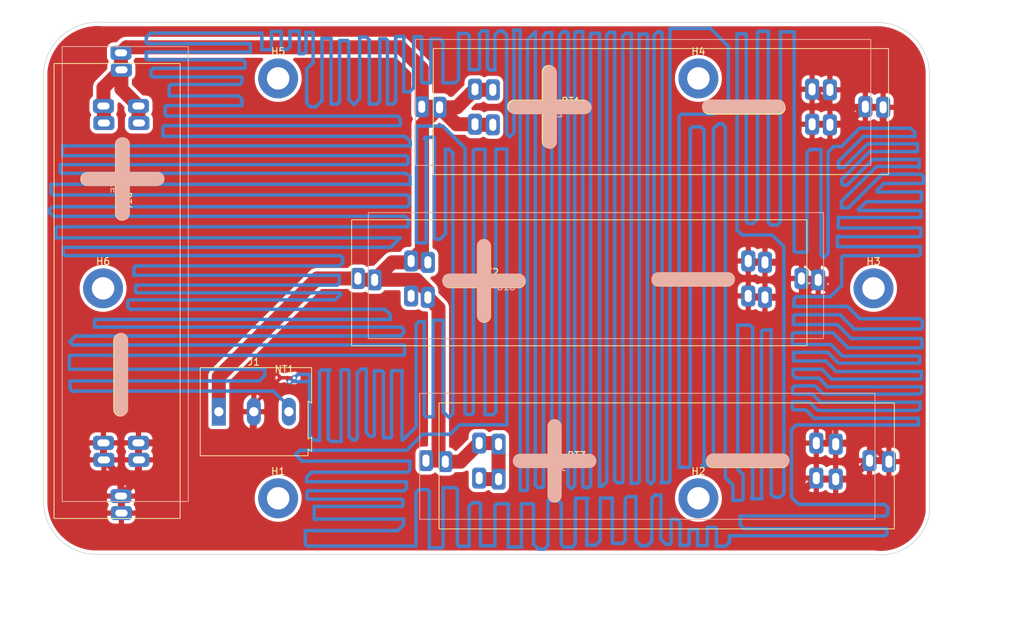
<source format=kicad_pcb>
(kicad_pcb (version 20211014) (generator pcbnew)
  (layers (0 "F.Cu" signal) (31 "B.Cu" signal) (34 "B.Paste" user) (35 "F.Paste" user) (36 "B.SilkS" user "B.Silkscreen") (37 "F.SilkS" user "F.Silkscreen") (38 "B.Mask" user) (39 "F.Mask" user) (44 "Edge.Cuts" user))
  (net 0 "")
  (net 1 "+BATT")
  (net 2 "GND")
  (net 9 "/Heater")
  (footprint "Z_mycustom_footprint_lib:MYOUNG MY-18650-01" (layer "F.Cu") (at 108.7628 87.8586)
    (fp_text reference "BT2")
    (fp_text value "18650_THT_bottom")
  )
  (footprint "Z_mycustom_footprint_lib:MYOUNG MY-18650-01" (layer "F.Cu") (at 120.4214 63.3984)
    (fp_text reference "BT1")
    (fp_text value "18650_THT_bottom")
  )
  (footprint "MountingHole:MountingHole_3.2mm_M3_ISO7380_Pad_TopBottom" (layer "F.Cu") (at 149.7784 56.7704)
    (fp_text reference "H4")
    (fp_text value "M3")
  )
  (footprint "MountingHole:MountingHole_3.2mm_M3_ISO7380_Pad_TopBottom" (layer "F.Cu") (at 64.7784 86.7704)
    (fp_text reference "H6")
    (fp_text value "M3")
  )
  (footprint "NetTie:NetTie-2_SMD_Pad0.5mm" (layer "F.Cu") (at 90.6526 99.5426)
    (fp_text reference "NT1")
    (fp_text value "NetTie_2")
  )
  (footprint "MountingHole:MountingHole_3.2mm_M3_ISO7380_Pad_TopBottom" (layer "F.Cu") (at 149.7784 116.7704)
    (fp_text reference "H2")
    (fp_text value "M3")
  )
  (footprint "Z_mycustom_footprint_lib:MYOUNG MY-18650-01" (layer "F.Cu") (at 121.2469 114.029)
    (fp_text reference "BT3")
    (fp_text value "18650_THT_bottom")
  )
  (footprint "Z_mycustom_footprint_lib:MYOUNG MY-18650-01" (layer "F.Cu") (at 64.897 63.1444 -90)
    (fp_text reference "BT4")
    (fp_text value "18650_THT_bottom")
  )
  (footprint "TerminalBlock:TerminalBlock_Altech_AK300-3_P5.00mm" (layer "F.Cu") (at 81.3054 104.394)
    (fp_text reference "J1")
    (fp_text value "IN/OUT")
  )
  (footprint "MountingHole:MountingHole_3.2mm_M3_ISO7380_Pad_TopBottom" (layer "F.Cu") (at 89.7784 116.7704)
    (fp_text reference "H1")
    (fp_text value "M3")
  )
  (footprint "MountingHole:MountingHole_3.2mm_M3_ISO7380_Pad_TopBottom" (layer "F.Cu") (at 174.7784 86.7704)
    (fp_text reference "H3")
    (fp_text value "M3")
  )
  (footprint "MountingHole:MountingHole_3.2mm_M3_ISO7380_Pad_TopBottom" (layer "F.Cu") (at 89.7784 56.7704)
    (fp_text reference "H5")
    (fp_text value "M3")
  )
  (footprint "Z_mycustom_footprint_lib:MYOUNG MY-18650-01" (layer "B.Cu") (at 117.8814 58.3184)
    (fp_text reference "BT7")
    (fp_text value "18650_THT_bottom")
  )
  (footprint "Z_mycustom_footprint_lib:MYOUNG MY-18650-01" (layer "B.Cu") (at 69.833 60.7187 -90)
    (fp_text reference "BT5")
    (fp_text value "18650_THT_bottom")
  )
  (footprint "Z_mycustom_footprint_lib:MYOUNG MY-18650-01" (layer "B.Cu") (at 118.4783 108.8814)
    (fp_text reference "BT6")
    (fp_text value "18650_THT_bottom")
  )
  (footprint "Z_mycustom_footprint_lib:MYOUNG MY-18650-01" (layer "B.Cu") (at 111.1504 83.058)
    (fp_text reference "BT8")
    (fp_text value "18650_THT_bottom")
  )
  (gr_arc (start 64.0284 124.7704) (mid 58.670366 122.730713) (end 56.2784 117.5204) (layer "Edge.Cuts") (width 0.1))
  (gr_line (start 182.7784 118.7704) (end 182.7784 55.7704) (layer "Edge.Cuts") (width 0.1))
  (gr_arc (start 182.7784 118.7704) (mid 180.024068 123.431291) (end 174.7784 124.7704) (layer "Edge.Cuts") (width 0.1))
  (gr_line (start 64.0284 124.7704) (end 174.7784 124.7704) (layer "Edge.Cuts") (width 0.1))
  (gr_line (start 174.7784 48.7704) (end 64.7784 48.7704) (layer "Edge.Cuts") (width 0.1))
  (gr_arc (start 56.2784 55.7704) (mid 59.084003 50.51649) (end 64.7784 48.7704) (layer "Edge.Cuts") (width 0.1))
  (gr_line (start 56.2784 55.7704) (end 56.2784 117.5204) (layer "Edge.Cuts") (width 0.1))
  (gr_arc (start 174.7784 48.7704) (mid 180.219207 50.623767) (end 182.7784 55.7704) (layer "Edge.Cuts") (width 0.1))
  (segment (start 68.1277 52.324) (end 67.333 53.1187) (width 2) (layer "F.Cu") (net 1))
  (segment (start 112.8214 60.8984) (end 115.3014 60.8984) (width 2) (layer "F.Cu") (net 1))
  (segment (start 111.1504 87.169) (end 111.1504 88.058) (width 2) (layer "F.Cu") (net 1))
  (segment (start 115.8307 111.529) (end 118.4783 108.8814) (width 2) (layer "F.Cu") (net 1))
  (segment (start 64.833 60.7187) (end 64.833 58.1084) (width 2) (layer "F.Cu") (net 1))
  (segment (start 106.0504 83.058) (end 103.5504 85.558) (width 2) (layer "F.Cu") (net 1))
  (segment (start 67.333 55.4804) (end 67.397 55.5444) (width 2) (layer "F.Cu") (net 1))
  (segment (start 118.6259 114.029) (end 118.4783 113.8814) (width 2) (layer "F.Cu") (net 1))
  (segment (start 110.2814 55.3412) (end 107.2642 52.324) (width 2) (layer "F.Cu") (net 1))
  (segment (start 95.337 85.3586) (end 101.1628 85.3586) (width 2) (layer "F.Cu") (net 1))
  (segment (start 64.897 63.1444) (end 64.897 60.7827) (width 2) (layer "F.Cu") (net 1))
  (segment (start 110.3122 63.4076) (end 112.8214 60.8984) (width 2) (layer "F.Cu") (net 1))
  (segment (start 81.3054 104.394) (end 81.3054 99.3902) (width 2) (layer "F.Cu") (net 1))
  (segment (start 69.833 60.7187) (end 69.833 63.0804) (width 2) (layer "F.Cu") (net 1))
  (segment (start 120.4214 63.3984) (end 117.9614 63.3984) (width 2) (layer "F.Cu") (net 1))
  (segment (start 110.2814 60.8184) (end 112.7414 60.8184) (width 2) (layer "F.Cu") (net 1))
  (segment (start 109.5178 85.5364) (end 111.1504 87.169) (width 2) (layer "F.Cu") (net 1))
  (segment (start 81.3054 99.3902) (end 95.337 85.3586) (width 2) (layer "F.Cu") (net 1))
  (segment (start 117.9614 63.3984) (end 117.8814 63.3184) (width 2) (layer "F.Cu") (net 1))
  (segment (start 117.9614 58.3984) (end 117.8814 58.3184) (width 2) (layer "F.Cu") (net 1))
  (segment (start 107.2642 52.324) (end 68.1277 52.324) (width 2) (layer "F.Cu") (net 1))
  (segment (start 112.7414 60.8184) (end 112.8214 60.8984) (width 2) (layer "F.Cu") (net 1))
  (segment (start 115.2414 63.3184) (end 112.8214 60.8984) (width 2) (layer "F.Cu") (net 1))
  (segment (start 110.8783 111.3814) (end 113.4993 111.3814) (width 2) (layer "F.Cu") (net 1))
  (segment (start 112.6744 110.5565) (end 112.6744 89.582) (width 2) (layer "F.Cu") (net 1))
  (segment (start 115.3014 60.8984) (end 117.8814 58.3184) (width 2) (layer "F.Cu") (net 1))
  (segment (start 101.3406 85.5364) (end 109.5178 85.5364) (width 2) (layer "F.Cu") (net 1))
  (segment (start 64.897 60.7827) (end 64.833 60.7187) (width 2) (layer "F.Cu") (net 1))
  (segment (start 121.0993 108.8814) (end 121.2469 109.029) (width 2) (layer "F.Cu") (net 1))
  (segment (start 110.3122 81.3092) (end 110.3122 63.4076) (width 2) (layer "F.Cu") (net 1))
  (segment (start 113.6469 111.529) (end 112.6744 110.5565) (width 2) (layer "F.Cu") (net 1))
  (segment (start 69.833 63.0804) (end 69.897 63.1444) (width 2) (layer "F.Cu") (net 1))
  (segment (start 118.4783 108.8814) (end 121.0993 108.8814) (width 2) (layer "F.Cu") (net 1))
  (segment (start 113.6469 111.529) (end 115.8307 111.529) (width 2) (layer "F.Cu") (net 1))
  (segment (start 108.7628 82.8586) (end 110.3122 81.3092) (width 2) (layer "F.Cu") (net 1))
  (segment (start 121.2469 114.029) (end 118.6259 114.029) (width 2) (layer "F.Cu") (net 1))
  (segment (start 112.6744 89.582) (end 111.1504 88.058) (width 2) (layer "F.Cu") (net 1))
  (segment (start 113.4993 111.3814) (end 113.6469 111.529) (width 2) (layer "F.Cu") (net 1))
  (segment (start 111.1504 83.058) (end 106.0504 83.058) (width 2) (layer "F.Cu") (net 1))
  (segment (start 67.333 53.1187) (end 67.333 55.4804) (width 2) (layer "F.Cu") (net 1))
  (segment (start 121.2469 109.029) (end 121.2469 114.029) (width 2) (layer "F.Cu") (net 1))
  (segment (start 117.8814 63.3184) (end 115.2414 63.3184) (width 2) (layer "F.Cu") (net 1))
  (segment (start 101.1628 85.3586) (end 101.3406 85.5364) (width 2) (layer "F.Cu") (net 1))
  (segment (start 110.2814 60.8184) (end 110.2814 55.3412) (width 2) (layer "F.Cu") (net 1))
  (segment (start 67.397 58.2827) (end 69.833 60.7187) (width 2) (layer "F.Cu") (net 1))
  (segment (start 64.833 58.1084) (end 67.397 55.5444) (width 2) (layer "F.Cu") (net 1))
  (segment (start 67.397 55.5444) (end 67.397 58.2827) (width 2) (layer "F.Cu") (net 1))
  (segment (start 120.4214 58.3984) (end 117.9614 58.3984) (width 2) (layer "F.Cu") (net 1))
  (segment (start 78.7019 109.0041) (end 78.8543 108.8517) (width 1) (layer "F.Cu") (net 2))
  (segment (start 86.3054 103.3818) (end 86.3054 104.394) (width 0.5) (layer "F.Cu") (net 2))
  (segment (start 171.5637 114.029) (end 174.2113 111.3814) (width 1) (layer "F.Cu") (net 2))
  (segment (start 166.0144 58.3184) (end 168.5944 60.8984) (width 1) (layer "F.Cu") (net 2))
  (segment (start 86.4362 122.1994) (end 158.2933 122.1994) (width 1) (layer "F.Cu") (net 2))
  (segment (start 156.8958 82.8586) (end 157.0736 83.0364) (width 1) (layer "F.Cu") (net 2))
  (segment (start 86.2284 107.3958) (end 86.2284 104.471) (width 1) (layer "F.Cu") (net 2))
  (segment (start 165.2508 83.0364) (end 166.8834 84.669) (width 1) (layer "F.Cu") (net 2))
  (segment (start 176.1544 78.446) (end 169.0424 85.558) (width 1) (layer "F.Cu") (net 2))
  (segment (start 174.3323 108.8814) (end 176.9799 111.529) (width 1) (layer "F.Cu") (net 2))
  (segment (start 166.6113 108.8814) (end 174.3323 108.8814) (width 1) (layer "F.Cu") (net 2))
  (segment (start 166.8834 85.558) (end 168.4074 87.082) (width 1) (layer "F.Cu") (net 2))
  (segment (start 168.4074 87.082) (end 168.4074 108.0565) (width 1) (layer "F.Cu") (net 2))
  (segment (start 84.7725 108.8517) (end 86.2284 107.3958) (width 1) (layer "F.Cu") (net 2))
  (segment (start 176.8323 111.3814) (end 176.9799 111.529) (width 1) (layer "F.Cu") (net 2))
  (segment (start 169.0424 85.558) (end 166.8834 85.558) (width 1) (layer "F.Cu") (net 2))
  (segment (start 90.1446 99.5426) (end 86.3054 103.3818) (width 0.5) (layer "F.Cu") (net 2))
  (segment (start 166.8834 84.669) (end 166.8834 85.558) (width 1) (layer "F.Cu") (net 2))
  (segment (start 176.1544 60.8984) (end 176.1544 78.446) (width 1) (layer "F.Cu") (net 2))
  (segment (start 166.7589 114.029) (end 166.6113 113.8814) (width 1) (layer "F.Cu") (net 2))
  (segment (start 156.8958 87.8586) (end 157.0736 88.0364) (width 1) (layer "F.Cu") (net 2))
  (segment (start 69.833 108.8517) (end 69.833 113.9517) (width 1) (layer "F.Cu") (net 2))
  (segment (start 169.3799 114.029) (end 166.7589 114.029) (width 1) (layer "F.Cu") (net 2))
  (segment (start 67.333 116.4517) (end 67.333 113.7134) (width 1) (layer "F.Cu") (net 2))
  (segment (start 67.333 113.7134) (end 64.897 111.2774) (width 1) (layer "F.Cu") (net 2))
  (segment (start 86.2284 104.471) (end 86.3054 104.394) (width 1) (layer "F.Cu") (net 2))
  (segment (start 64.833 111.2134) (end 64.897 111.2774) (width 1) (layer "F.Cu") (net 2))
  (segment (start 69.833 113.9517) (end 67.333 116.4517) (width 1) (layer "F.Cu") (net 2))
  (segment (start 90.1526 99.5426) (end 90.1446 99.5426) (width 0.5) (layer "F.Cu") (net 2))
  (segment (start 78.7019 114.4651) (end 86.4362 122.1994) (width 1) (layer "F.Cu") (net 2))
  (segment (start 164.405 88.0364) (end 166.8834 85.558) (width 1) (layer "F.Cu") (net 2))
  (segment (start 157.0736 83.0364) (end 165.2508 83.0364) (width 1) (layer "F.Cu") (net 2))
  (segment (start 174.2113 111.3814) (end 176.8323 111.3814) (width 1) (layer "F.Cu") (net 2))
  (segment (start 78.8543 108.8517) (end 84.7725 108.8517) (width 1) (layer "F.Cu") (net 2))
  (segment (start 168.5944 60.8984) (end 176.1544 60.8984) (width 1) (layer "F.Cu") (net 2))
  (segment (start 168.4074 108.0565) (end 169.3799 109.029) (width 1) (layer "F.Cu") (net 2))
  (segment (start 64.833 108.8517) (end 64.833 111.2134) (width 1) (layer "F.Cu") (net 2))
  (segment (start 171.1144 63.3184) (end 173.6144 60.8184) (width 1) (layer "F.Cu") (net 2))
  (segment (start 69.833 108.8517) (end 78.8543 108.8517) (width 1) (layer "F.Cu") (net 2))
  (segment (start 157.0736 88.0364) (end 164.405 88.0364) (width 1) (layer "F.Cu") (net 2))
  (segment (start 78.7019 114.4651) (end 78.7019 109.0041) (width 1) (layer "F.Cu") (net 2))
  (segment (start 169.3799 114.029) (end 171.5637 114.029) (width 1) (layer "F.Cu") (net 2))
  (segment (start 67.397 118.8774) (end 67.397 116.5157) (width 1) (layer "F.Cu") (net 2))
  (segment (start 166.0144 63.3184) (end 171.1144 63.3184) (width 1) (layer "F.Cu") (net 2))
  (segment (start 67.397 116.5157) (end 67.333 116.4517) (width 1) (layer "F.Cu") (net 2))
  (segment (start 158.2933 122.1994) (end 166.6113 113.8814) (width 1) (layer "F.Cu") (net 2))
  (segment (start 91.1526 99.5426) (end 91.1526 99.8648) (width 0.5) (layer "F.Cu") (net 9))
  (segment (start 92.075 99.568) (end 91.178 99.568) (width 0.5) (layer "F.Cu") (net 9))
  (segment (start 91.178 99.568) (end 91.1526 99.5426) (width 0.5) (layer "F.Cu") (net 9))
  (segment (start 91.1526 99.8648) (end 91.3892 100.1014) (width 0.5) (layer "F.Cu") (net 9))
  (via (at 92.075 99.568) (size 0.8) (drill 0.4) (layers "F.Cu" "B.Cu") (net 9))
  (via (at 91.3892 100.1014) (size 0.8) (drill 0.4) (layers "F.Cu" "B.Cu") (net 9))
  (segment (start 68.3006 89.408) (end 68.6562 89.7636) (width 0.5) (layer "B.Cu") (net 9))
  (segment (start 93.853 114.4016) (end 108.0516 114.4016) (width 0.5) (layer "B.Cu") (net 9))
  (segment (start 141.5542 123.5456) (end 142.494 123.5456) (width 0.5) (layer "B.Cu") (net 9))
  (segment (start 124.5108 123.6472) (end 124.5108 117.5512) (width 0.5) (layer "B.Cu") (net 9))
  (segment (start 109.8804 115.5192) (end 111.0742 115.5192) (width 0.5) (layer "B.Cu") (net 9))
  (segment (start 137.7696 114.1476) (end 137.8204 114.0968) (width 0.5) (layer "B.Cu") (net 9))
  (segment (start 181.7878 71.7804) (end 181.8894 71.6788) (width 0.5) (layer "B.Cu") (net 9))
  (segment (start 142.494 123.5456) (end 143.129 122.9106) (width 0.5) (layer "B.Cu") (net 9))
  (segment (start 163.6522 81.6102) (end 163.4744 81.4324) (width 0.5) (layer "B.Cu") (net 9))
  (segment (start 111.5822 51.1302) (end 111.5822 57.3024) (width 0.5) (layer "B.Cu") (net 9))
  (segment (start 163.2458 101.727) (end 163.2458 100.9904) (width 0.5) (layer "B.Cu") (net 9))
  (segment (start 107.3912 116.8908) (end 107.6198 117.1194) (width 0.5) (layer "B.Cu") (net 9))
  (segment (start 160.1724 77.724) (end 159.766 77.3176) (width 0.5) (layer "B.Cu") (net 9))
  (segment (start 90.1446 52.5526) (end 90.2208 52.4764) (width 0.5) (layer "B.Cu") (net 9))
  (segment (start 110.6424 91.5162) (end 110.6424 104.8766) (width 0.5) (layer "B.Cu") (net 9))
  (segment (start 57.3532 71.9074) (end 57.3532 73.152) (width 0.5) (layer "B.Cu") (net 9))
  (segment (start 106.1974 60.4266) (end 105.3846 60.4266) (width 0.5) (layer "B.Cu") (net 9))
  (segment (start 69.4182 87.2998) (end 69.5198 87.4014) (width 0.5) (layer "B.Cu") (net 9))
  (segment (start 181.4322 74.3966) (end 181.6354 74.1934) (width 0.5) (layer "B.Cu") (net 9))
  (segment (start 163.2966 98.3234) (end 167.386 98.3234) (width 0.5) (layer "B.Cu") (net 9))
  (segment (start 87.0712 99.9998) (end 60.071 99.9998) (width 0.5) (layer "B.Cu") (net 9))
  (segment (start 168.8084 99.7458) (end 181.5338 99.7458) (width 0.5) (layer "B.Cu") (net 9))
  (segment (start 94.3864 60.833) (end 93.853 60.2996) (width 0.5) (layer "B.Cu") (net 9))
  (segment (start 160.3248 79.1464) (end 161.9758 80.7974) (width 0.5) (layer "B.Cu") (net 9))
  (segment (start 102.7938 51.2826) (end 102.362 50.8508) (width 0.5) (layer "B.Cu") (net 9))
  (segment (start 97.3074 51.0286) (end 96.0374 51.0286) (width 0.5) (layer "B.Cu") (net 9))
  (segment (start 154.7114 117.0686) (end 154.7114 114.8842) (width 0.5) (layer "B.Cu") (net 9))
  (segment (start 148.463 121.2342) (end 149.5806 121.2342) (width 0.5) (layer "B.Cu") (net 9))
  (segment (start 94.9198 119.6594) (end 95.0976 119.8372) (width 0.5) (layer "B.Cu") (net 9))
  (segment (start 57.7088 76.4794) (end 107.8992 76.4794) (width 0.5) (layer "B.Cu") (net 9))
  (segment (start 84.6074 56.6674) (end 84.6074 57.3278) (width 0.5) (layer "B.Cu") (net 9))
  (segment (start 93.6498 121.3866) (end 93.6498 123.3424) (width 0.5) (layer "B.Cu") (net 9))
  (segment (start 100.838 108.4326) (end 101.0666 108.204) (width 0.5) (layer "B.Cu") (net 9))
  (segment (start 149.6568 123.5202) (end 150.9268 123.5202) (width 0.5) (layer "B.Cu") (net 9))
  (segment (start 116.7892 50.3428) (end 115.5446 50.3428) (width 0.5) (layer "B.Cu") (net 9))
  (segment (start 158.8008 92.9386) (end 158.8008 116.84) (width 0.5) (layer "B.Cu") (net 9))
  (segment (start 71.6026 55.6514) (end 71.6026 56.3626) (width 0.5) (layer "B.Cu") (net 9))
  (segment (start 93.853 60.2996) (end 93.853 55.4228) (width 0.5) (layer "B.Cu") (net 9))
  (segment (start 59.0962 81.88) (end 59.309 82.0928) (width 0.5) (layer "B.Cu") (net 9))
  (segment (start 69.1642 84.9122) (end 98.5012 84.9122) (width 0.5) (layer "B.Cu") (net 9))
  (segment (start 173.9392 66.1162) (end 170.5356 69.5198) (width 0.5) (layer "B.Cu") (net 9))
  (segment (start 176.4284 122.1232) (end 176.6824 121.8692) (width 0.5) (layer "B.Cu") (net 9))
  (segment (start 181.4322 103.0224) (end 181.4068 103.0478) (width 0.5) (layer "B.Cu") (net 9))
  (segment (start 128.8542 50.2158) (end 128.0922 50.2158) (width 0.5) (layer "B.Cu") (net 9))
  (segment (start 129.8956 115.316) (end 128.8034 115.316) (width 0.5) (layer "B.Cu") (net 9))
  (segment (start 138.9888 114.4524) (end 138.9126 114.5286) (width 0.5) (layer "B.Cu") (net 9))
  (segment (start 113.3348 91.313) (end 113.3348 104.394) (width 0.5) (layer "B.Cu") (net 9))
  (segment (start 110.6424 65.3542) (end 110.9218 65.6336) (width 0.5) (layer "B.Cu") (net 9))
  (segment (start 139.319 122.8344) (end 139.319 116.84) (width 0.5) (layer "B.Cu") (net 9))
  (segment (start 108.1278 69.088) (end 58.6486 69.088) (width 0.5) (layer "B.Cu") (net 9))
  (segment (start 137.8204 50.1904) (end 137.0584 50.1904) (width 0.5) (layer "B.Cu") (net 9))
  (segment (start 108.5342 58.6994) (end 107.7214 58.6994) (width 0.5) (layer "B.Cu") (net 9))
  (segment (start 159.766 50.038) (end 158.3944 50.038) (width 0.5) (layer "B.Cu") (net 9))
  (segment (start 68.3006 88.6206) (end 68.3006 89.408) (width 0.5) (layer "B.Cu") (net 9))
  (segment (start 109.5248 80.0862) (end 109.5248 63.5762) (width 0.5) (layer "B.Cu") (net 9))
  (segment (start 135.6614 50.3174) (end 134.4422 50.3174) (width 0.5) (layer "B.Cu") (net 9))
  (segment (start 117.0432 123.6218) (end 117.0432 117.9068) (width 0.5) (layer "B.Cu") (net 9))
  (segment (start 181.2036 82.1182) (end 181.483 81.8388) (width 0.5) (layer "B.Cu") (net 9))
  (segment (start 107.823 94.869) (end 107.823 96.1644) (width 0.5) (layer "B.Cu") (net 9))
  (segment (start 145.8722 119.761) (end 146.7104 119.761) (width 0.5) (layer "B.Cu") (net 9))
  (segment (start 59.0042 67.7672) (end 59.055 67.818) (width 0.5) (layer "B.Cu") (net 9))
  (segment (start 154.7114 114.8842) (end 153.6192 113.792) (width 0.5) (layer "B.Cu") (net 9))
  (segment (start 90.2208 50.0634) (end 88.8238 50.0634) (width 0.5) (layer "B.Cu") (net 9))
  (segment (start 170.2308 82.3214) (end 170.434 82.1182) (width 0.5) (layer "B.Cu") (net 9))
  (segment (start 101.4222 59.6646) (end 100.584 60.5028) (width 0.5) (layer "B.Cu") (net 9))
  (segment (start 143.4592 50.5968) (end 143.4592 114.2492) (width 0.5) (layer "B.Cu") (net 9))
  (segment (start 147.0152 62.2046) (end 147.32 61.8998) (width 0.5) (layer "B.Cu") (net 9))
  (segment (start 129.9972 51.5112) (end 129.9972 115.2144) (width 0.5) (layer "B.Cu") (net 9))
  (segment (start 144.4244 114.5286) (end 144.6022 114.3508) (width 0.5) (layer "B.Cu") (net 9))
  (segment (start 113.3348 104.394) (end 114.173 105.2322) (width 0.5) (layer "B.Cu") (net 9))
  (segment (start 167.9702 97.155) (end 163.4236 97.155) (width 0.5) (layer "B.Cu") (net 9))
  (segment (start 60.4774 101.5238) (end 60.5536 101.4476) (width 0.5) (layer "B.Cu") (net 9))
  (segment (start 98.7552 108.6358) (end 98.7552 98.5012) (width 0.5) (layer "B.Cu") (net 9))
  (segment (start 63.5762 91.2114) (end 63.5762 92.202) (width 0.5) (layer "B.Cu") (net 9))
  (segment (start 141.3256 50.8254) (end 141.3256 114.3762) (width 0.5) (layer "B.Cu") (net 9))
  (segment (start 107.6706 120.5738) (end 106.8578 121.3866) (width 0.5) (layer "B.Cu") (net 9))
  (segment (start 168.7068 94.7928) (end 163.2458 94.7928) (width 0.5) (layer "B.Cu") (net 9))
  (segment (start 181.6862 94.0308) (end 181.5846 93.9292) (width 0.5) (layer "B.Cu") (net 9))
  (segment (start 115.6716 106.2736) (end 115.3414 106.6038) (width 0.5) (layer "B.Cu") (net 9))
  (segment (start 181.4068 72.9996) (end 175.2854 72.9996) (width 0.5) (layer "B.Cu") (net 9))
  (segment (start 94.615 50.1904) (end 93.7514 50.1904) (width 0.5) (layer "B.Cu") (net 9))
  (segment (start 95.0976 119.8372) (end 95.1992 119.7356) (width 0.5) (layer "B.Cu") (net 9))
  (segment (start 105.3846 51.3588) (end 105.156 51.1302) (width 0.5) (layer "B.Cu") (net 9))
  (segment (start 175.2854 72.9996) (end 175.2854 72.7456) (width 0.5) (layer "B.Cu") (net 9))
  (segment (start 170.2308 71.7804) (end 170.2308 71.2216) (width 0.5) (layer "B.Cu") (net 9))
  (segment (start 163.195 94.742) (end 163.195 93.3196) (width 0.5) (layer "B.Cu") (net 9))
  (segment (start 113.3348 123.6472) (end 113.3348 115.2398) (width 0.5) (layer "B.Cu") (net 9))
  (segment (start 130.2004 117.5512) (end 130.2004 123.3424) (width 0.5) (layer "B.Cu") (net 9))
  (segment (start 181.8894 71.6788) (end 181.8894 70.7644) (width 0.5) (layer "B.Cu") (net 9))
  (segment (start 108.4834 74.803) (end 108.1786 75.1078) (width 0.5) (layer "B.Cu") (net 9))
  (segment (start 108.3056 68.0466) (end 108.3056 68.9102) (width 0.5) (layer "B.Cu") (net 9))
  (segment (start 181.3814 97.3582) (end 181.3814 96.4946) (width 0.5) (layer "B.Cu") (net 9))
  (segment (start 102.7938 60.4266) (end 102.7938 51.2826) (width 0.5) (layer "B.Cu") (net 9))
  (segment (start 138.938 123.2154) (end 139.319 122.8344) (width 0.5) (layer "B.Cu") (net 9))
  (segment (start 166.0652 101.8794) (end 163.3982 101.8794) (width 0.5) (layer "B.Cu") (net 9))
  (segment (start 98.7298 87.6046) (end 97.917 88.4174) (width 0.5) (layer "B.Cu") (net 9))
  (segment (start 92.2782 110.5154) (end 92.2782 110.5662) (width 0.5) (layer "B.Cu") (net 9))
  (segment (start 110.9218 80.1878) (end 110.8456 80.264) (width 0.5) (layer "B.Cu") (net 9))
  (segment (start 181.3052 68.3768) (end 181.2798 68.3514) (width 0.5) (layer "B.Cu") (net 9))
  (segment (start 144.4244 116.3066) (end 144.4244 122.6312) (width 0.5) (layer "B.Cu") (net 9))
  (segment (start 181.5846 70.4596) (end 175.9966 70.4596) (width 0.5) (layer "B.Cu") (net 9))
  (segment (start 161.036 77.724) (end 160.1724 77.724) (width 0.5) (layer "B.Cu") (net 9))
  (segment (start 107.3658 92.3036) (end 107.7214 92.6592) (width 0.5) (layer "B.Cu") (net 9))
  (segment (start 108.3564 76.9366) (end 108.3564 77.851) (width 0.5) (layer "B.Cu") (net 9))
  (segment (start 84.963 55.3212) (end 71.9328 55.3212) (width 0.5) (layer "B.Cu") (net 9))
  (segment (start 146.7104 119.761) (end 147.1676 120.2182) (width 0.5) (layer "B.Cu") (net 9))
  (segment (start 92.7862 50.038) (end 91.4654 50.038) (width 0.5) (layer "B.Cu") (net 9))
  (segment (start 172.6184 75.5142) (end 173.736 74.3966) (width 0.5) (layer "B.Cu") (net 9))
  (segment (start 181.5846 100.838) (end 168.2242 100.838) (width 0.5) (layer "B.Cu") (net 9))
  (segment (start 118.7196 123.571) (end 120.7262 123.571) (width 0.5) (layer "B.Cu") (net 9))
  (segment (start 107.569 108.458) (end 109.474 106.553) (width 0.5) (layer "B.Cu") (net 9))
  (segment (start 159.766 77.3176) (end 159.766 50.038) (width 0.5) (layer "B.Cu") (net 9))
  (segment (start 156.2608 121.1072) (end 155.7528 120.5992) (width 0.5) (layer "B.Cu") (net 9))
  (segment (start 128.8034 115.316) (end 128.8542 115.2652) (width 0.5) (layer "B.Cu") (net 9))
  (segment (start 163.195 103.0224) (end 163.2204 102.997) (width 0.5) (layer "B.Cu") (net 9))
  (segment (start 168.9862 93.1164) (end 171.1452 95.2754) (width 0.5) (layer "B.Cu") (net 9))
  (segment (start 59.0962 80.9086) (end 59.0962 81.88) (width 0.5) (layer "B.Cu") (net 9))
  (segment (start 57.1246 75.8952) (end 57.7088 76.4794) (width 0.5) (layer "B.Cu") (net 9))
  (segment (start 181.483 72.9234) (end 181.4068 72.9996) (width 0.5) (layer "B.Cu") (net 9))
  (segment (start 153.6192 63.7286) (end 153.162 63.2714) (width 0.5) (layer "B.Cu") (net 9))
  (segment (start 163.5252 100.711) (end 166.4462 100.711) (width 0.5) (layer "B.Cu") (net 9))
  (segment (start 127.6604 115.1382) (end 127.5842 115.2144) (width 0.5) (layer "B.Cu") (net 9))
  (segment (start 155.2956 78.4098) (end 156.0322 79.1464) (width 0.5) (layer "B.Cu") (net 9))
  (segment (start 109.2454 50.8) (end 109.1184 50.927) (width 0.5) (layer "B.Cu") (net 9))
  (segment (start 169.6212 80.8228) (end 169.6212 79.375) (width 0.5) (layer "B.Cu") (net 9))
  (segment (start 110.8456 80.264) (end 109.7026 80.264) (width 0.5) (layer "B.Cu") (net 9))
  (segment (start 131.1656 50.292) (end 130.9878 50.1142) (width 0.5) (layer "B.Cu") (net 9))
  (segment (start 108.1278 109.9058) (end 92.8878 109.9058) (width 0.5) (layer "B.Cu") (net 9))
  (segment (start 113.3348 57.404) (end 113.3094 57.3786) (width 0.5) (layer "B.Cu") (net 9))
  (segment (start 120.904 66.8528) (end 122.428 66.8528) (width 0.5) (layer "B.Cu") (net 9))
  (segment (start 112.8776 79.756) (end 112.3188 79.756) (width 0.5) (layer "B.Cu") (net 9))
  (segment (start 145.4404 114.5286) (end 144.4244 114.5286) (width 0.5) (layer "B.Cu") (net 9))
  (segment (start 169.4688 98.6536) (end 167.9702 97.155) (width 0.5) (layer "B.Cu") (net 9))
  (segment (start 94.7674 54.5084) (end 94.7674 50.3428) (width 0.5) (layer "B.Cu") (net 9))
  (segment (start 181.5338 78.1304) (end 169.7736 78.1304) (width 0.5) (layer "B.Cu") (net 9))
  (segment (start 128.3208 123.4948) (end 128.3208 117.1194) (width 0.5) (layer "B.Cu") (net 9))
  (segment (start 139.6238 116.5352) (end 140.8684 116.5352) (width 0.5) (layer "B.Cu") (net 9))
  (segment (start 127.6604 50.6476) (end 127.6604 115.1382) (width 0.5) (layer "B.Cu") (net 9))
  (segment (start 170.2054 74.3458) (end 175.1838 69.3674) (width 0.5) (layer "B.Cu") (net 9))
  (segment (start 73.6346 60.833) (end 73.6346 61.9252) (width 0.5) (layer "B.Cu") (net 9))
  (segment (start 118.3386 55.5244) (end 117.0686 55.5244) (width 0.5) (layer "B.Cu") (net 9))
  (segment (start 109.7026 80.264) (end 109.5248 80.0862) (width 0.5) (layer "B.Cu") (net 9))
  (segment (start 117.6528 104.5718) (end 117.6528 67.0814) (width 0.5) (layer "B.Cu") (net 9))
  (segment (start 96.9264 98.7552) (end 96.9264 108.2802) (width 0.5) (layer "B.Cu") (net 9))
  (segment (start 98.2218 60.452) (end 97.3328 60.452) (width 0.5) (layer "B.Cu") (net 9))
  (segment (start 88.8238 50.0634) (end 88.8238 52.5526) (width 0.5) (layer "B.Cu") (net 9))
  (segment (start 99.8982 107.9246) (end 100.4062 108.4326) (width 0.5) (layer "B.Cu") (net 9))
  (segment (start 73.8632 62.1538) (end 106.8324 62.1538) (width 0.5) (layer "B.Cu") (net 9))
  (segment (start 134.3914 114.935) (end 134.112 115.2144) (width 0.5) (layer "B.Cu") (net 9))
  (segment (start 104.8004 98.7552) (end 104.8004 108.1024) (width 0.5) (layer "B.Cu") (net 9))
  (segment (start 150.3172 112.1156) (end 150.5966 111.8362) (width 0.5) (layer "B.Cu") (net 9))
  (segment (start 181.483 81.8388) (end 181.483 80.772) (width 0.5) (layer "B.Cu") (net 9))
  (segment (start 139.319 116.84) (end 139.6238 116.5352) (width 0.5) (layer "B.Cu") (net 9))
  (segment (start 163.3474 90.7288) (end 163.5252 90.551) (width 0.5) (layer "B.Cu") (net 9))
  (segment (start 58.039 79.5528) (end 107.2134 79.5528) (width 0.5) (layer "B.Cu") (net 9))
  (segment (start 94.2594 100.0252) (end 94.2594 99.1108) (width 0.5) (layer "B.Cu") (net 9))
  (segment (start 181.61 99.6696) (end 181.61 98.6536) (width 0.5) (layer "B.Cu") (net 9))
  (segment (start 176.784 118.0592) (end 176.3776 117.6528) (width 0.5) (layer "B.Cu") (net 9))
  (segment (start 175.2854 72.7456) (end 176.2506 71.7804) (width 0.5) (layer "B.Cu") (net 9))
  (segment (start 169.7736 69.5198) (end 169.7736 68.6308) (width 0.5) (layer "B.Cu") (net 9))
  (segment (start 170.2054 66.4972) (end 169.0878 66.4972) (width 0.5) (layer "B.Cu") (net 9))
  (segment (start 141.3002 50.8) (end 141.3256 50.8254) (width 0.5) (layer "B.Cu") (net 9))
  (segment (start 122.4026 50.5714) (end 121.8438 50.0126) (width 0.5) (layer "B.Cu") (net 9))
  (segment (start 169.6212 91.948) (end 163.449 91.948) (width 0.5) (layer "B.Cu") (net 9))
  (segment (start 110.2614 57.3024) (end 110.2614 50.9016) (width 0.5) (layer "B.Cu") (net 9))
  (segment (start 95.1484 60.833) (end 94.3864 60.833) (width 0.5) (layer "B.Cu") (net 9))
  (segment (start 181.5338 99.7458) (end 181.61 99.6696) (width 0.5) (layer "B.Cu") (net 9))
  (segment (start 107.2642 93.5736) (end 60.833 93.5736) (width 0.5) (layer "B.Cu") (net 9))
  (segment (start 181.5592 92.583) (end 181.7624 92.3798) (width 0.5) (layer "B.Cu") (net 9))
  (segment (start 145.1356 123.3424) (end 145.6944 123.3424) (width 0.5) (layer "B.Cu") (net 9))
  (segment (start 145.7706 49.6316) (end 145.7198 49.6824) (width 0.5) (layer "B.Cu") (net 9))
  (segment (start 171.1452 95.2754) (end 181.6862 95.2754) (width 0.5) (layer "B.Cu") (net 9))
  (segment (start 105.8418 108.1024) (end 105.9688 107.9754) (width 0.5) (layer "B.Cu") (net 9))
  (segment (start 156.4894 50.3936) (end 155.2956 50.3936) (width 0.5) (layer "B.Cu") (net 9))
  (segment (start 99.8982 98.552) (end 99.8982 107.9246) (width 0.5) (layer "B.Cu") (net 9))
  (segment (start 128.8542 115.2652) (end 128.8542 50.2158) (width 0.5) (layer "B.Cu") (net 9))
  (segment (start 89.1032 101.4476) (end 91.3054 103.6498) (width 0.5) (layer "B.Cu") (net 9))
  (segment (start 84.6074 59.7154) (end 84.6074 60.6552) (width 0.5) (layer "B.Cu") (net 9))
  (segment (start 99.6696 51.3588) (end 98.552 51.3588) (width 0.5) (layer "B.Cu") (net 9))
  (segment (start 115.5954 123.6726) (end 115.6462 123.6218) (width 0.5) (layer "B.Cu") (net 9))
  (segment (start 164.084 117.6528) (end 163.068 116.6368) (width 0.5) (layer "B.Cu") (net 9))
  (segment (start 101.6508 98.298) (end 102.2604 98.298) (width 0.5) (layer "B.Cu") (net 9))
  (segment (start 121.8438 50.0126) (end 121.2596 50.0126) (width 0.5) (layer "B.Cu") (net 9))
  (segment (start 163.195 103.886) (end 163.195 103.0224) (width 0.5) (layer "B.Cu") (net 9))
  (segment (start 85.7758 53.0098) (end 70.9422 53.0098) (width 0.5) (layer "B.Cu") (net 9))
  (segment (start 181.6354 100.8888) (end 181.5846 100.838) (width 0.5) (layer "B.Cu") (net 9))
  (segment (start 88.8238 52.5526) (end 88.6968 52.6796) (width 0.5) (layer "B.Cu") (net 9))
  (segment (start 111.5822 57.3024) (end 111.4806 57.404) (width 0.5) (layer "B.Cu") (net 9))
  (segment (start 126.238 117.6528) (end 126.238 123.317) (width 0.5) (layer "B.Cu") (net 9))
  (segment (start 145.8722 123.1646) (end 145.8722 119.761) (width 0.5) (layer "B.Cu") (net 9))
  (segment (start 60.833 93.5736) (end 60.0202 94.3864) (width 0.5) (layer "B.Cu") (net 9))
  (segment (start 172.0342 92.583) (end 181.5592 92.583) (width 0.5) (layer "B.Cu") (net 9))
  (segment (start 161.9758 116.078) (end 161.4424 116.6114) (width 0.5) (layer "B.Cu") (net 9))
  (segment (start 92.2782 110.5662) (end 93.1672 111.4552) (width 0.5) (layer "B.Cu") (net 9))
  (segment (start 181.5592 75.6666) (end 181.5338 75.6412) (width 0.5) (layer "B.Cu") (net 9))
  (segment (start 136.0424 115.062) (end 135.6614 115.062) (width 0.5) (layer "B.Cu") (net 9))
  (segment (start 93.853 113.7412) (end 93.853 114.4016) (width 0.5) (layer "B.Cu") (net 9))
  (segment (start 90.2208 52.4764) (end 90.2208 50.0634) (width 0.5) (layer "B.Cu") (net 9))
  (segment (start 63.5254 92.2528) (end 63.5762 92.3036) (width 0.5) (layer "B.Cu") (net 9))
  (segment (start 99.8728 51.562) (end 99.6696 51.3588) (width 0.5) (layer "B.Cu") (net 9))
  (segment (start 111.0742 115.5192) (end 111.4044 115.8494) (width 0.5) (layer "B.Cu") (net 9))
  (segment (start 69.5198 87.4014) (end 98.5774 87.4014) (width 0.5) (layer "B.Cu") (net 9))
  (segment (start 119.6594 55.245) (end 119.6594 49.9872) (width 0.5) (layer "B.Cu") (net 9))
  (segment (start 172.8216 91.1098) (end 171.0436 89.3318) (width 0.5) (layer "B.Cu") (net 9))
  (segment (start 115.5446 56.896) (end 115.0366 57.404) (width 0.5) (layer "B.Cu") (net 9))
  (segment (start 120.65 55.5752) (end 119.9896 55.5752) (width 0.5) (layer "B.Cu") (net 9))
  (segment (start 163.4236 89.3572) (end 163.4236 88.2904) (width 0.5) (layer "B.Cu") (net 9))
  (segment (start 119.3546 104.8258) (end 120.4468 104.8258) (width 0.5) (layer "B.Cu") (net 9))
  (segment (start 170.2308 71.2216) (end 174.2186 67.2338) (width 0.5) (layer "B.Cu") (net 9))
  (segment (start 181.7624 92.3798) (end 181.7624 91.4908) (width 0.5) (layer "B.Cu") (net 9))
  (segment (start 147.0152 112.3442) (end 147.0152 62.2046) (width 0.5) (layer "B.Cu") (net 9))
  (segment (start 92.7608 53.1876) (end 92.7862 53.1622) (width 0.5) (layer "B.Cu") (net 9))
  (segment (start 143.129 116.7384) (end 143.5608 116.3066) (width 0.5) (layer "B.Cu") (net 9))
  (segment (start 105.3846 60.4266) (end 105.3846 51.3588) (width 0.5) (layer "B.Cu") (net 9))
  (segment (start 71.0692 54.102) (end 84.709 54.102) (width 0.5) (layer "B.Cu") (net 9))
  (segment (start 163.5252 90.551) (end 170.0022 90.551) (width 0.5) (layer "B.Cu") (net 9))
  (segment (start 58.7502 70.3326) (end 108.077 70.3326) (width 0.5) (layer "B.Cu") (net 9))
  (segment (start 174.2186 67.2338) (end 181.0512 67.2338) (width 0.5) (layer "B.Cu") (net 9))
  (segment (start 163.449 81.4324) (end 163.449 50.1142) (width 0.5) (layer "B.Cu") (net 9))
  (segment (start 167.386 98.3234) (end 168.8084 99.7458) (width 0.5) (layer "B.Cu") (net 9))
  (segment (start 180.086 63.881) (end 172.8216 63.881) (width 0.5) (layer "B.Cu") (net 9))
  (segment (start 109.474 91.948) (end 109.9058 91.5162) (width 0.5) (layer "B.Cu") (net 9))
  (segment (start 70.9422 53.0098) (end 70.9422 53.975) (width 0.5) (layer "B.Cu") (net 9))
  (segment (start 181.3814 80.8228) (end 169.6212 80.8228) (width 0.5) (layer "B.Cu") (net 9))
  (segment (start 142.4686 50.4444) (end 141.3002 50.4444) (width 0.5) (layer "B.Cu") (net 9))
  (segment (start 161.4424 116.6114) (end 160.5788 116.6114) (width 0.5) (layer "B.Cu") (net 9))
  (segment (start 156.1592 116.84) (end 155.9306 117.0686) (width 0.5) (layer "B.Cu") (net 9))
  (segment (start 156.0322 79.1464) (end 160.3248 79.1464) (width 0.5) (layer "B.Cu") (net 9))
  (segment (start 60.071 101.1174) (end 60.4774 101.5238) (width 0.5) (layer "B.Cu") (net 9))
  (segment (start 173.355 65.0494) (end 173.5328 65.0494) (width 0.5) (layer "B.Cu") (net 9))
  (segment (start 107.6706 119.7356) (end 107.6706 120.5738) (width 0.5) (layer "B.Cu") (net 9))
  (segment (start 161.4932 50.1142) (end 161.4932 77.2668) (width 0.5) (layer "B.Cu") (net 9))
  (segment (start 69.4182 86.4616) (end 69.4182 87.2998) (width 0.5) (layer "B.Cu") (net 9))
  (segment (start 70.9422 53.975) (end 71.0692 54.102) (width 0.5) (layer "B.Cu") (net 9))
  (segment (start 145.7198 49.6824) (end 145.7198 114.2492) (width 0.5) (layer "B.Cu") (net 9))
  (segment (start 120.8532 104.4194) (end 120.8532 66.9036) (width 0.5) (layer "B.Cu") (net 9))
  (segment (start 141.3002 50.4444) (end 141.3002 50.8) (width 0.5) (layer "B.Cu") (net 9))
  (segment (start 148.463 123.317) (end 148.463 121.2342) (width 0.5) (layer "B.Cu") (net 9))
  (segment (start 176.4792 119.3038) (end 176.784 118.999) (width 0.5) (layer "B.Cu") (net 9))
  (segment (start 170.2308 86.36) (end 170.2308 82.3214) (width 0.5) (layer "B.Cu") (net 9))
  (segment (start 126.4412 114.8334) (end 126.492 114.7826) (width 0.5) (layer "B.Cu") (net 9))
  (segment (start 115.6462 123.6218) (end 117.0432 123.6218) (width 0.5) (layer "B.Cu") (net 9))
  (segment (start 122.6058 117.5512) (end 122.7328 117.6782) (width 0.5) (layer "B.Cu") (net 9))
  (segment (start 141.0716 114.6302) (end 140.1318 114.6302) (width 0.5) (layer "B.Cu") (net 9))
  (segment (start 109.4486 123.5964) (end 109.4486 115.951) (width 0.5) (layer "B.Cu") (net 9))
  (segment (start 99.7458 98.3996) (end 99.8982 98.552) (width 0.5) (layer "B.Cu") (net 9))
  (segment (start 134.3914 50.3682) (end 134.3914 114.935) (width 0.5) (layer "B.Cu") (net 9))
  (segment (start 92.8116 53.2384) (end 92.7608 53.1876) (width 0.5) (layer "B.Cu") (net 9))
  (segment (start 130.4036 50.1142) (end 129.9718 50.546) (width 0.5) (layer "B.Cu") (net 9))
  (segment (start 115.3414 106.6292) (end 114.3508 107.6198) (width 0.5) (layer "B.Cu") (net 9))
  (segment (start 147.32 61.8998) (end 151.9936 61.8998) (width 0.5) (layer "B.Cu") (net 9))
  (segment (start 156.6164 77.1906) (end 156.6164 50.5206) (width 0.5) (layer "B.Cu") (net 9))
  (segment (start 108.2548 113.03) (end 94.5642 113.03) (width 0.5) (layer "B.Cu") (net 9))
  (segment (start 98.679 82.0928) (end 98.9838 82.3976) (width 0.5) (layer "B.Cu") (net 9))
  (segment (start 111.3536 115.9002) (end 111.3536 123.8504) (width 0.5) (layer "B.Cu") (net 9))
  (segment (start 71.9328 55.3212) (end 71.6026 55.6514) (width 0.5) (layer "B.Cu") (net 9))
  (segment (start 148.4376 112.3442) (end 147.0152 112.3442) (width 0.5) (layer "B.Cu") (net 9))
  (segment (start 108.6358 65.7606) (end 108.6358 66.421) (width 0.5) (layer "B.Cu") (net 9))
  (segment (start 158.3944 50.038) (end 158.2166 50.2158) (width 0.5) (layer "B.Cu") (net 9))
  (segment (start 148.6154 112.1664) (end 148.4376 112.3442) (width 0.5) (layer "B.Cu") (net 9))
  (segment (start 113.284 63.5762) (end 116.459 66.7512) (width 0.5) (layer "B.Cu") (net 9))
  (segment (start 137.4902 123.1646) (end 137.541 123.2154) (width 0.5) (layer "B.Cu") (net 9))
  (segment (start 102.362 107.3912) (end 102.87 107.8992) (width 0.5) (layer "B.Cu") (net 9))
  (segment (start 151.9936 61.8998) (end 154.051 59.8424) (width 0.5) (layer "B.Cu") (net 9))
  (segment (start 171.6024 93.9292) (end 169.6212 91.948) (width 0.5) (layer "B.Cu") (net 9))
  (segment (start 105.156 51.1302) (end 104.2924 51.1302) (width 0.5) (layer "B.Cu") (net 9))
  (segment (start 144.6022 114.3508) (end 144.6022 50.292) (width 0.5) (layer "B.Cu") (net 9))
  (segment (start 163.7284 106.299) (end 181.1274 106.299) (width 0.5) (layer "B.Cu") (net 9))
  (segment (start 154.051 52.1716) (end 151.511 49.6316) (width 0.5) (layer "B.Cu") (net 9))
  (segment (start 92.8878 109.9058) (end 92.2782 110.5154) (width 0.5) (layer "B.Cu") (net 9))
  (segment (start 169.799 79.4004) (end 181.483 79.4004) (width 0.5) (layer "B.Cu") (net 9))
  (segment (start 113.3094 57.3786) (end 113.3094 51.6382) (width 0.5) (layer "B.Cu") (net 9))
  (segment (start 163.449 50.1142) (end 161.4932 50.1142) (width 0.5) (layer "B.Cu") (net 9))
  (segment (start 58.039 78.1304) (end 58.039 79.5528) (width 0.5) (layer "B.Cu") (net 9))
  (segment (start 91.3892 100.1014) (end 94.1832 100.1014) (width 0.5) (layer "B.Cu") (net 9))
  (segment (start 107.7214 93.1164) (end 107.2642 93.5736) (width 0.5) (layer "B.Cu") (net 9))
  (segment (start 176.784 118.999) (end 176.784 118.0592) (width 0.5) (layer "B.Cu") (net 9))
  (segment (start 107.7214 58.6994) (end 107.7214 50.7746) (width 0.5) (layer "B.Cu") (net 9))
  (segment (start 181.5592 76.6572) (end 181.5592 75.6666) (width 0.5) (layer "B.Cu") (net 9))
  (segment (start 128.0922 50.2158) (end 127.6604 50.6476) (width 0.5) (layer "B.Cu") (net 9))
  (segment (start 141.3256 114.3762) (end 141.0716 114.6302) (width 0.5) (layer "B.Cu") (net 9))
  (segment (start 171.0182 72.009) (end 170.4594 72.009) (width 0.5) (layer "B.Cu") (net 9))
  (segment (start 139.3698 50.3428) (end 138.9888 50.7238) (width 0.5) (layer "B.Cu") (net 9))
  (segment (start 109.474 106.553) (end 109.474 91.948) (width 0.5) (layer "B.Cu") (net 9))
  (segment (start 60.5028 94.869) (end 107.823 94.869) (width 0.5) (layer "B.Cu") (net 9))
  (segment (start 171.196 75.2602) (end 170.2054 75.2602) (width 0.5) (layer "B.Cu") (net 9))
  (segment (start 145.6944 123.3424) (end 145.8722 123.1646) (width 0.5) (layer "B.Cu") (net 9))
  (segment (start 108.585 111.4552) (end 108.585 112.6998) (width 0.5) (layer "B.Cu") (net 9))
  (segment (start 181.1274 104.2162) (end 181.4322 103.9114) (width 0.5) (layer "B.Cu") (net 9))
  (segment (start 108.1024 115.316) (end 107.7214 115.697) (width 0.5) (layer "B.Cu") (net 9))
  (segment (start 119.9896 55.5752) (end 119.6594 55.245) (width 0.5) (layer "B.Cu") (net 9))
  (segment (start 152.3746 121.1072) (end 152.3746 123.6218) (width 0.5) (layer "B.Cu") (net 9))
  (segment (start 133.8834 123.4694) (end 135.1026 123.4694) (width 0.5) (layer "B.Cu") (net 9))
  (segment (start 93.853 55.4228) (end 94.7674 54.5084) (width 0.5) (layer "B.Cu") (net 9))
  (segment (start 107.4674 108.3564) (end 107.569 108.458) (width 0.5) (layer "B.Cu") (net 9))
  (segment (start 150.5966 64.1604) (end 150.1394 63.7032) (width 0.5) (layer "B.Cu") (net 9))
  (segment (start 165.6842 66.9798) (end 165.2778 67.3862) (width 0.5) (layer "B.Cu") (net 9))
  (segment (start 169.7736 68.6308) (end 173.355 65.0494) (width 0.5) (layer "B.Cu") (net 9))
  (segment (start 169.6212 79.375) (end 169.6974 79.2988) (width 0.5) (layer "B.Cu") (net 9))
  (segment (start 166.8272 104.2162) (end 181.1274 104.2162) (width 0.5) (layer "B.Cu") (net 9))
  (segment (start 87.4522 50.292) (end 71.5518 50.292) (width 0.5) (layer "B.Cu") (net 9))
  (segment (start 106.553 60.071) (end 106.1974 60.4266) (width 0.5) (layer "B.Cu") (net 9))
  (segment (start 157.353 116.7638) (end 157.5308 116.586) (width 0.5) (layer "B.Cu") (net 9))
  (segment (start 110.2614 50.9016) (end 110.1598 50.8) (width 0.5) (layer "B.Cu") (net 9))
  (segment (start 58.1914 77.978) (end 58.039 78.1304) (width 0.5) (layer "B.Cu") (net 9))
  (segment (start 169.7736 97.4598) (end 181.2798 97.4598) (width 0.5) (layer "B.Cu") (net 9))
  (segment (start 122.8598 65.1256) (end 122.4026 64.6684) (width 0.5) (layer "B.Cu") (net 9))
  (segment (start 87.8586 98.3234) (end 87.8586 99.2124) (width 0.5) (layer "B.Cu") (net 9))
  (segment (start 94.2594 100.0252) (end 94.2594 107.7976) (width 0.5) (layer "B.Cu") (net 9))
  (segment (start 125.3744 51.2318) (end 125.3744 115.4684) (width 0.5) (layer "B.Cu") (net 9))
  (segment (start 163.195 93.3196) (end 163.3982 93.1164) (width 0.5) (layer "B.Cu") (net 9))
  (segment (start 140.1318 114.6302) (end 140.1826 114.5794) (width 0.5) (layer "B.Cu") (net 9))
  (segment (start 104.5972 98.552) (end 104.8004 98.7552) (width 0.5) (layer "B.Cu") (net 9))
  (segment (start 107.1372 63.5254) (end 73.5584 63.5254) (width 0.5) (layer "B.Cu") (net 9))
  (segment (start 150.1394 63.7032) (end 148.8948 63.7032) (width 0.5) (layer "B.Cu") (net 9))
  (segment (start 157.4292 116.84) (end 157.353 116.7638) (width 0.5) (layer "B.Cu") (net 9))
  (segment (start 109.1184 58.1152) (end 108.5342 58.6994) (width 0.5) (layer "B.Cu") (net 9))
  (segment (start 163.3982 93.1164) (end 168.9862 93.1164) (width 0.5) (layer "B.Cu") (net 9))
  (segment (start 94.7674 50.3428) (end 94.615 50.1904) (width 0.5) (layer "B.Cu") (net 9))
  (segment (start 98.9838 82.3976) (end 98.9838 83.1342) (width 0.5) (layer "B.Cu") (net 9))
  (segment (start 170.7388 89.3318) (end 170.7134 89.3572) (width 0.5) (layer "B.Cu") (net 9))
  (segment (start 97.917 88.4174) (end 68.5038 88.4174) (width 0.5) (layer "B.Cu") (net 9))
  (segment (start 95.6818 108.4834) (end 95.6818 98.679) (width 0.5) (layer "B.Cu") (net 9))
  (segment (start 111.4044 115.8494) (end 111.3536 115.9002) (width 0.5) (layer "B.Cu") (net 9))
  (segment (start 59.0042 66.421) (end 59.0042 67.7672) (width 0.5) (layer "B.Cu") (net 9))
  (segment (start 84.709 54.102) (end 85.0646 54.4576) (width 0.5) (layer "B.Cu") (net 9))
  (segment (start 161.4932 77.2668) (end 161.036 77.724) (width 0.5) (layer "B.Cu") (net 9))
  (segment (start 167.2844 66.929) (end 165.6842 66.929) (width 0.5) (layer "B.Cu") (net 9))
  (segment (start 176.6824 121.1072) (end 156.2608 121.1072) (width 0.5) (layer "B.Cu") (net 9))
  (segment (start 113.665 66.9036) (end 113.665 78.9686) (width 0.5) (layer "B.Cu") (net 9))
  (segment (start 156.9212 77.4954) (end 156.6164 77.1906) (width 0.5) (layer "B.Cu") (net 9))
  (segment (start 115.3668 115.5446) (end 115.3668 123.444) (width 0.5) (layer "B.Cu") (net 9))
  (segment (start 109.4486 115.951) (end 109.8804 115.5192) (width 0.5) (layer "B.Cu") (net 9))
  (segment (start 170.2054 75.2602) (end 170.2054 74.3458) (width 0.5) (layer "B.Cu") (net 9))
  (segment (start 117.4242 104.8004) (end 117.6528 104.5718) (width 0.5) (layer "B.Cu") (net 9))
  (segment (start 112.014 65.1764) (end 110.8202 65.1764) (width 0.5) (layer "B.Cu") (net 9))
  (segment (start 106.6546 50.7746) (end 106.553 50.8762) (width 0.5) (layer "B.Cu") (net 9))
  (segment (start 151.9174 112.014) (end 151.8158 112.1156) (width 0.5) (layer "B.Cu") (net 9))
  (segment (start 163.068 106.9594) (end 163.7284 106.299) (width 0.5) (layer "B.Cu") (net 9))
  (segment (start 181.0512 67.2338) (end 181.0512 66.1162) (width 0.5) (layer "B.Cu") (net 9))
  (segment (start 152.6286 63.2714) (end 151.9174 63.9826) (width 0.5) (layer "B.Cu") (net 9))
  (segment (start 181.3814 91.1098) (end 172.8216 91.1098) (width 0.5) (layer "B.Cu") (net 9))
  (segment (start 163.3728 95.9358) (end 163.3982 95.9104) (width 0.5) (layer "B.Cu") (net 9))
  (segment (start 135.8138 116.7384) (end 137.4902 116.7384) (width 0.5) (layer "B.Cu") (net 9))
  (segment (start 114.173 66.9036) (end 113.665 66.9036) (width 0.5) (layer "B.Cu") (net 9))
  (segment (start 150.5966 111.8362) (end 150.5966 64.1604) (width 0.5) (layer "B.Cu") (net 9))
  (segment (start 115.0366 57.404) (end 113.3348 57.404) (width 0.5) (layer "B.Cu") (net 9))
  (segment (start 120.7262 55.499) (end 120.65 55.5752) (width 0.5) (layer "B.Cu") (net 9))
  (segment (start 135.763 116.7892) (end 135.8138 116.7384) (width 0.5) (layer "B.Cu") (net 9))
  (segment (start 151.0284 123.4186) (end 151.0284 121.0056) (width 0.5) (layer "B.Cu") (net 9))
  (segment (start 138.1506 114.5286) (end 137.7696 114.1476) (width 0.5) (layer "B.Cu") (net 9))
  (segment (start 143.5608 116.3066) (end 144.4244 116.3066) (width 0.5) (layer "B.Cu") (net 9))
  (segment (start 181.5338 75.6412) (end 172.7454 75.6412) (width 0.5) (layer "B.Cu") (net 9))
  (segment (start 172.7454 75.6412) (end 172.6184 75.5142) (width 0.5) (layer "B.Cu") (net 9))
  (segment (start 111.9378 91.313) (end 113.3348 91.313) (width 0.5) (layer "B.Cu") (net 9))
  (segment (start 108.2548 73.4314) (end 108.4834 73.66) (width 0.5) (layer "B.Cu") (net 9))
  (segment (start 119.3038 104.775) (end 119.3546 104.8258) (width 0.5) (layer "B.Cu") (net 9))
  (segment (start 104.8004 108.1024) (end 105.8418 108.1024) (width 0.5) (layer "B.Cu") (net 9))
  (segment (start 154.2288 122.1232) (end 176.4284 122.1232) (width 0.5) (layer "B.Cu") (net 9))
  (segment (start 102.2604 98.298) (end 102.362 98.3996) (width 0.5) (layer "B.Cu") (net 9))
  (segment (start 148.2852 123.4948) (end 148.463 123.317) (width 0.5) (layer "B.Cu") (net 9))
  (segment (start 122.428 106.2228) (end 122.3772 106.2736) (width 0.5) (layer "B.Cu") (net 9))
  (segment (start 170.0022 90.551) (end 172.0342 92.583) (width 0.5) (layer "B.Cu") (net 9))
  (segment (start 135.763 122.809) (end 135.763 116.7892) (width 0.5) (layer "B.Cu") (net 9))
  (segment (start 167.2336 103.0478) (end 166.0652 101.8794) (width 0.5) (layer "B.Cu") (net 9))
  (segment (start 73.5584 63.5254) (end 73.3298 63.754) (width 0.5) (layer "B.Cu") (net 9))
  (segment (start 60.0202 94.3864) (end 60.5028 94.869) (width 0.5) (layer "B.Cu") (net 9))
  (segment (start 113.3602 51.5874) (end 112.903 51.1302) (width 0.5) (layer "B.Cu") (net 9))
  (segment (start 111.4806 57.404) (end 110.363 57.404) (width 0.5) (layer "B.Cu") (net 9))
  (segment (start 120.4468 104.8258) (end 120.8532 104.4194) (width 0.5) (layer "B.Cu") (net 9))
  (segment (start 132.334 50.0888) (end 132.1308 50.292) (width 0.5) (layer "B.Cu") (net 9))
  (segment (start 151.511 49.6316) (end 145.7706 49.6316) (width 0.5) (layer "B.Cu") (net 9))
  (segment (start 181.3814 96.4946) (end 181.3306 96.4438) (width 0.5) (layer "B.Cu") (net 9))
  (segment (start 94.9198 117.9322) (end 94.9198 119.6594) (width 0.5) (layer "B.Cu") (net 9))
  (segment (start 94.0308 115.697) (end 93.9038 115.824) (width 0.5) (layer "B.Cu") (net 9))
  (segment (start 181.4322 103.9114) (end 181.4322 103.0224) (width 0.5) (layer "B.Cu") (net 9))
  (segment (start 102.87 107.8992) (end 103.3272 107.8992) (width 0.5) (layer "B.Cu") (net 9))
  (segment (start 181.2798 97.4598) (end 181.3814 97.3582) (width 0.5) (layer "B.Cu") (net 9))
  (segment (start 93.9038 115.824) (end 93.9038 116.8146) (width 0.5) (layer "B.Cu") (net 9))
  (segment (start 163.3982 95.9104) (end 168.2242 95.9104) (width 0.5) (layer "B.Cu") (net 9))
  (segment (start 161.9758 80.7974) (end 161.9758 116.078) (width 0.5) (layer "B.Cu") (net 9))
  (segment (start 176.3776 117.6528) (end 164.084 117.6528) (width 0.5) (layer "B.Cu") (net 9))
  (segment (start 96.9264 108.2802) (end 97.282 108.6358) (width 0.5) (layer "B.Cu") (net 9))
  (segment (start 114.7318 67.4624) (end 114.173 66.9036) (width 0.5) (layer "B.Cu") (net 9))
  (segment (start 104.2924 60.0202) (end 103.886 60.4266) (width 0.5) (layer "B.Cu") (net 9))
  (segment (start 110.4138 107.6198) (end 108.1278 109.9058) (width 0.5) (layer "B.Cu") (net 9))
  (segment (start 85.8012 51.8414) (end 85.8012 53.0352) (width 0.5) (layer "B.Cu") (net 9))
  (segment (start 109.1184 50.927) (end 109.1184 58.1152) (width 0.5) (layer "B.Cu") (net 9))
  (segment (start 111.9124 105.1306) (end 111.9124 91.3384) (width 0.5) (layer "B.Cu") (net 9))
  (segment (start 97.155 98.425) (end 97.2058 98.4758) (width 0.5) (layer "B.Cu") (net 9))
  (segment (start 94.2594 99.1108) (end 94.2086 99.06) (width 0.5) (layer "B.Cu") (net 9))
  (segment (start 124.5616 123.698) (end 124.5108 123.6472) (width 0.5) (layer "B.Cu") (net 9))
  (segment (start 122.428 66.8528) (end 122.428 106.2228) (width 0.5) (layer "B.Cu") (net 9))
  (segment (start 127.5842 115.2144) (end 126.8222 115.2144) (width 0.5) (layer "B.Cu") (net 9))
  (segment (start 136.7028 50.546) (end 136.7028 114.4016) (width 0.5) (layer "B.Cu") (net 9))
  (segment (start 153.6192 113.792) (end 153.6192 63.7286) (width 0.5) (layer "B.Cu") (net 9))
  (segment (start 122.6312 123.7234) (end 124.5362 123.7234) (width 0.5) (layer "B.Cu") (net 9))
  (segment (start 134.4422 50.3174) (end 134.3914 50.3682) (width 0.5) (layer "B.Cu") (net 9))
  (segment (start 130.9878 50.1142) (end 130.4036 50.1142) (width 0.5) (layer "B.Cu") (net 9))
  (segment (start 93.9038 123.5964) (end 109.4486 123.5964) (width 0.5) (layer "B.Cu") (net 9))
  (segment (start 148.6154 63.9826) (end 148.6154 112.1664) (width 0.5) (layer "B.Cu") (net 9))
  (segment (start 163.068 116.6368) (end 163.068 106.9594) (width 0.5) (layer "B.Cu") (net 9))
  (segment (start 84.3026 57.6326) (end 74.4728 57.6326) (width 0.5) (layer "B.Cu") (net 9))
  (segment (start 71.12 51.816) (end 85.7758 51.816) (width 0.5) (layer "B.Cu") (net 9))
  (segment (start 124.5362 123.7234) (end 124.5616 123.698) (width 0.5) (layer "B.Cu") (net 9))
  (segment (start 126.1364 117.5512) (end 126.238 117.6528) (width 0.5) (layer "B.Cu") (net 9))
  (segment (start 93.6498 123.3424) (end 93.9038 123.5964) (width 0.5) (layer "B.Cu") (net 9))
  (segment (start 121.2596 50.0126) (end 120.7262 50.546) (width 0.5) (layer "B.Cu") (net 9))
  (segment (start 98.5774 87.4014) (end 98.7298 87.5538) (width 0.5) (layer "B.Cu") (net 9))
  (segment (start 108.2294 77.978) (end 58.1914 77.978) (width 0.5) (layer "B.Cu") (net 9))
  (segment (start 99.8728 59.7916) (end 99.8728 51.562) (width 0.5) (layer "B.Cu") (net 9))
  (segment (start 58.6486 69.088) (end 58.6486 70.231) (width 0.5) (layer "B.Cu") (net 9))
  (segment (start 157.5308 92.4306) (end 157.1244 92.0242) (width 0.5) (layer "B.Cu") (net 9))
  (segment (start 69.4436 83.566) (end 69.1642 83.8454) (width 0.5) (layer "B.Cu") (net 9))
  (segment (start 175.1838 69.3674) (end 181.1782 69.3674) (width 0.5) (layer "B.Cu") (net 9))
  (segment (start 69.1642 83.8454) (end 69.1642 84.9122) (width 0.5) (layer "B.Cu") (net 9))
  (segment (start 91.4654 50.038) (end 91.4654 52.2224) (width 0.5) (layer "B.Cu") (net 9))
  (segment (start 149.5806 121.2342) (end 149.6568 121.3104) (width 0.5) (layer "B.Cu") (net 9))
  (segment (start 107.4674 98.5266) (end 107.4674 108.3564) (width 0.5) (layer "B.Cu") (net 9))
  (segment (start 108.4834 73.66) (end 108.4834 74.803) (width 0.5) (layer "B.Cu") (net 9))
  (segment (start 145.7198 114.2492) (end 145.4404 114.5286) (width 0.5) (layer "B.Cu") (net 9))
  (segment (start 133.858 123.444) (end 133.8834 123.4694) (width 0.5) (layer "B.Cu") (net 9))
  (segment (start 103.3272 107.8992) (end 103.505 107.7214) (width 0.5) (layer "B.Cu") (net 9))
  (segment (start 93.9038 116.8146) (end 93.98 116.8908) (width 0.5) (layer "B.Cu") (net 9))
  (segment (start 94.5642 113.03) (end 93.853 113.7412) (width 0.5) (layer "B.Cu") (net 9))
  (segment (start 107.2134 62.5348) (end 107.2134 63.4492) (width 0.5) (layer "B.Cu") (net 9))
  (segment (start 116.713 104.8004) (end 117.4242 104.8004) (width 0.5) (layer "B.Cu") (net 9))
  (segment (start 175.9966 70.4596) (end 171.196 75.2602) (width 0.5) (layer "B.Cu") (net 9))
  (segment (start 132.207 116.7638) (end 134.0358 116.7638) (width 0.5) (layer "B.Cu") (net 9))
  (segment (start 136.7028 114.4016) (end 136.0424 115.062) (width 0.5) (layer "B.Cu") (net 9))
  (segment (start 170.434 82.1182) (end 181.2036 82.1182) (width 0.5) (layer "B.Cu") (net 9))
  (segment (start 74.4728 57.6326) (end 74.2188 57.8866) (width 0.5) (layer "B.Cu") (net 9))
  (segment (start 163.4236 88.2904) (end 163.7538 87.9602) (width 0.5) (layer "B.Cu") (net 9))
  (segment (start 124.333 49.8602) (end 123.444 49.8602) (width 0.5) (layer "B.Cu") (net 9))
  (segment (start 181.0512 66.1162) (end 173.9392 66.1162) (width 0.5) (layer "B.Cu") (net 9))
  (segment (start 111.3536 123.8504) (end 113.1316 123.8504) (width 0.5) (layer "B.Cu") (net 9))
  (segment (start 169.7736 76.581) (end 169.8498 76.6572) (width 0.5) (layer "B.Cu") (net 9))
  (segment (start 163.3474 91.8464) (end 163.3474 90.7288) (width 0.5) (layer "B.Cu") (net 9))
  (segment (start 129.9718 51.4858) (end 129.9972 51.5112) (width 0.5) (layer "B.Cu") (net 9))
  (segment (start 108.0516 114.4016) (end 108.1024 114.4524) (width 0.5) (layer "B.Cu") (net 9))
  (segment (start 170.3578 96.4438) (end 168.7068 94.7928) (width 0.5) (layer "B.Cu") (net 9))
  (segment (start 108.585 71.9074) (end 57.3532 71.9074) (width 0.5) (layer "B.Cu") (net 9))
  (segment (start 120.7262 123.571) (end 120.7262 117.8052) (width 0.5) (layer "B.Cu") (net 9))
  (segment (start 158.2166 76.8604) (end 157.5816 77.4954) (width 0.5) (layer "B.Cu") (net 9))
  (segment (start 181.1274 106.299) (end 181.1782 106.2482) (width 0.5) (layer "B.Cu") (net 9))
  (segment (start 68.6562 89.7636) (end 105.029 89.7636) (width 0.5) (layer "B.Cu") (net 9))
  (segment (start 95.6818 98.679) (end 95.9358 98.425) (width 0.5) (layer "B.Cu") (net 9))
  (segment (start 105.9688 107.9754) (end 105.9688 98.6536) (width 0.5) (layer "B.Cu") (net 9))
  (segment (start 105.791 91.2114) (end 63.5762 91.2114) (width 0.5) (layer "B.Cu") (net 9))
  (segment (start 103.886 60.4266) (end 102.7938 60.4266) (width 0.5) (layer "B.Cu") (net 9))
  (segment (start 140.8684 116.5352) (end 140.8684 122.8598) (width 0.5) (layer "B.Cu") (net 9))
  (segment (start 102.362 50.8508) (end 101.4222 50.8508) (width 0.5) (layer "B.Cu") (net 9))
  (segment (start 176.2506 71.7804) (end 181.7878 71.7804) (width 0.5) (layer "B.Cu") (net 9))
  (segment (start 59.9694 96.4692) (end 59.9694 98.3234) (width 0.5) (layer "B.Cu") (net 9))
  (segment (start 111.9124 91.3384) (end 111.9378 91.313) (width 0.5) (layer "B.Cu") (net 9))
  (segment (start 135.6614 115.062) (end 135.6614 50.3174) (width 0.5) (layer "B.Cu") (net 9))
  (segment (start 90.2208 52.6288) (end 90.1446 52.5526) (width 0.5) (layer "B.Cu") (net 9))
  (segment (start 130.2004 123.3424) (end 130.6068 123.7488) (width 0.5) (layer "B.Cu") (net 9))
  (segment (start 116.459 66.7512) (end 116.459 104.5464) (width 0.5) (layer "B.Cu") (net 9))
  (segment (start 132.1308 114.935) (end 131.6482 115.4176) (width 0.5) (layer "B.Cu") (net 9))
  (segment (start 135.1026 123.4694) (end 135.763 122.809) (width 0.5) (layer "B.Cu") (net 9))
  (segment (start 181.5338 79.3496) (end 181.5338 78.1304) (width 0.5) (layer "B.Cu") (net 9))
  (segment (start 113.3094 51.6382) (end 113.3602 51.5874) (width 0.5) (layer "B.Cu") (net 9))
  (segment (start 165.1254 104.14) (end 163.449 104.14) (width 0.5) (layer "B.Cu") (net 9))
  (segment (start 107.2134 63.4492) (end 107.1372 63.5254) (width 0.5) (layer "B.Cu") (net 9))
  (segment (start 122.4026 64.6684) (end 122.4026 50.5714) (width 0.5) (layer "B.Cu") (net 9))
  (segment (start 125.1966 115.6462) (end 124.333 115.6462) (width 0.5) (layer "B.Cu") (net 9))
  (segment (start 155.3972 112.6236) (end 156.1592 113.3856) (width 0.5) (layer "B.Cu") (net 9))
  (segment (start 155.9306 117.0686) (end 154.7114 117.0686) (width 0.5) (layer "B.Cu") (net 9))
  (segment (start 151.1046 120.9294) (end 152.1968 120.9294) (width 0.5) (layer "B.Cu") (net 9))
  (segment (start 129.9972 115.2144) (end 129.8956 115.316) (width 0.5) (layer "B.Cu") (net 9))
  (segment (start 163.449 104.14) (end 163.195 103.886) (width 0.5) (layer "B.Cu") (net 9))
  (segment (start 163.3982 101.8794) (end 163.2458 101.727) (width 0.5) (layer "B.Cu") (net 9))
  (segment (start 102.362 98.3996) (end 102.362 107.3912) (width 0.5) (layer "B.Cu") (net 9))
  (segment (start 163.7538 87.9602) (end 168.6306 87.9602) (width 0.5) (layer "B.Cu") (net 9))
  (segment (start 163.3728 97.1042) (end 163.3728 95.9358) (width 0.5) (layer "B.Cu") (net 9))
  (segment (start 119.3038 66.9036) (end 119.3038 104.775) (width 0.5) (layer "B.Cu") (net 9))
  (segment (start 117.0686 55.5244) (end 117.0686 50.6222) (width 0.5) (layer "B.Cu") (net 9))
  (segment (start 116.459 104.5464) (end 116.713 104.8004) (width 0.5) (layer "B.Cu") (net 9))
  (segment (start 108.6104 70.866) (end 108.6104 71.9328) (width 0.5) (layer "B.Cu") (net 9))
  (segment (start 119.6594 49.9872) (end 118.8974 49.9872) (width 0.5) (layer "B.Cu") (net 9))
  (segment (start 122.6312 117.7798) (end 122.6312 123.7234) (width 0.5) (layer "B.Cu") (net 9))
  (segment (start 74.2188 57.8866) (end 74.2188 59.2836) (width 0.5) (layer "B.Cu") (net 9))
  (segment (start 158.8008 116.84) (end 157.4292 116.84) (width 0.5) (layer "B.Cu") (net 9))
  (segment (start 181.483 80.772) (end 181.4576 80.7466) (width 0.5) (layer "B.Cu") (net 9))
  (segment (start 107.6452 96.3422) (end 60.0964 96.3422) (width 0.5) (layer "B.Cu") (net 9))
  (segment (start 98.7298 87.5538) (end 98.7298 87.6046) (width 0.5) (layer "B.Cu") (net 9))
  (segment (start 154.2288 123.0122) (end 154.2288 122.1232) (width 0.5) (layer "B.Cu") (net 9))
  (segment (start 60.5536 101.4476) (end 89.1032 101.4476) (width 0.5) (layer "B.Cu") (net 9))
  (segment (start 100.584 60.5028) (end 99.8728 59.7916) (width 0.5) (layer "B.Cu") (net 9))
  (segment (start 110.8964 105.1306) (end 111.9124 105.1306) (width 0.5) (layer "B.Cu") (net 9))
  (segment (start 173.5582 65.0748) (end 180.6956 65.0748) (width 0.5) (layer "B.Cu") (net 9))
  (segment (start 165.608 102.997) (end 166.8272 104.2162) (width 0.5) (layer "B.Cu") (net 9))
  (segment (start 91.4654 52.2224) (end 91.059 52.6288) (width 0.5) (layer "B.Cu") (net 9))
  (segment (start 118.6688 117.7544) (end 118.6688 123.5202) (width 0.5) (layer "B.Cu") (net 9))
  (segment (start 92.583 99.06) (end 92.075 99.568) (width 0.5) (layer "B.Cu") (net 9))
  (segment (start 124.333 115.6462) (end 124.333 49.8602) (width 0.5) (layer "B.Cu") (net 9))
  (segment (start 122.7328 117.6782) (end 122.6312 117.7798) (width 0.5) (layer "B.Cu") (net 9))
  (segment (start 165.2778 81.6102) (end 163.6522 81.6102) (width 0.5) (layer "B.Cu") (net 9))
  (segment (start 131.6482 115.4176) (end 131.1656 114.935) (width 0.5) (layer "B.Cu") (net 9))
  (segment (start 156.1592 113.3856) (end 156.1592 116.84) (width 0.5) (layer "B.Cu") (net 9))
  (segment (start 126.492 50.1142) (end 125.3744 51.2318) (width 0.5) (layer "B.Cu") (net 9))
  (segment (start 87.4522 52.6542) (end 87.4522 50.292) (width 0.5) (layer "B.Cu") (net 9))
  (segment (start 168.6306 87.9602) (end 170.2308 86.36) (width 0.5) (layer "B.Cu") (net 9))
  (segment (start 112.0902 65.2526) (end 112.014 65.1764) (width 0.5) (layer "B.Cu") (net 9))
  (segment (start 113.3348 115.2398) (end 115.062 115.2398) (width 0.5) (layer "B.Cu") (net 9))
  (segment (start 113.665 78.9686) (end 112.8776 79.756) (width 0.5) (layer "B.Cu") (net 9))
  (segment (start 106.8324 62.1538) (end 107.2134 62.5348) (width 0.5) (layer "B.Cu") (net 9))
  (segment (start 129.9718 50.546) (end 129.9718 51.4858) (width 0.5) (layer "B.Cu") (net 9))
  (segment (start 137.8204 114.0968) (end 137.8204 50.1904) (width 0.5) (layer "B.Cu") (net 9))
  (segment (start 143.4592 114.2492) (end 142.9766 114.7318) (width 0.5) (layer "B.Cu") (net 9))
  (segment (start 126.9492 124.0282) (end 127.7874 124.0282) (width 0.5) (layer "B.Cu") (net 9))
  (segment (start 60.0964 96.3422) (end 59.9694 96.4692) (width 0.5) (layer "B.Cu") (net 9))
  (segment (start 120.8532 66.9036) (end 120.904 66.8528) (width 0.5) (layer "B.Cu") (net 9))
  (segment (start 169.8498 76.6572) (end 181.5592 76.6572) (width 0.5) (layer "B.Cu") (net 9))
  (segment (start 85.8012 53.0352) (end 85.7758 53.0098) (width 0.5) (layer "B.Cu") (net 9))
  (segment (start 101.0666 108.204) (end 101.0666 98.8822) (width 0.5) (layer "B.Cu") (net 9))
  (segment (start 151.0284 121.0056) (end 151.1046 120.9294) (width 0.5) (layer "B.Cu") (net 9))
  (segment (start 107.6198 117.1194) (end 107.6198 117.729) (width 0.5) (layer "B.Cu") (net 9))
  (segment (start 85.7758 51.816) (end 85.8012 51.8414) (width 0.5) (layer "B.Cu") (net 9))
  (segment (start 101.0666 98.8822) (end 101.6508 98.298) (width 0.5) (layer "B.Cu") (net 9))
  (segment (start 107.9246 65.0494) (end 108.6358 65.7606) (width 0.5) (layer "B.Cu") (net 9))
  (segment (start 152.3746 123.6218) (end 153.6192 123.6218) (width 0.5) (layer "B.Cu") (net 9))
  (segment (start 181.8894 70.7644) (end 181.5846 70.4596) (width 0.5) (layer "B.Cu") (net 9))
  (segment (start 153.162 63.2714) (end 152.6286 63.2714) (width 0.5) (layer "B.Cu") (net 9))
  (segment (start 151.8158 112.1156) (end 150.3172 112.1156) (width 0.5) (layer "B.Cu") (net 9))
  (segment (start 126.238 123.317) (end 126.9492 124.0282) (width 0.5) (layer "B.Cu") (net 9))
  (segment (start 84.6074 57.3278) (end 84.3026 57.6326) (width 0.5) (layer "B.Cu") (net 9))
  (segment (start 95.1992 119.7356) (end 107.6706 119.7356) (width 0.5) (layer "B.Cu") (net 9))
  (segment (start 105.029 89.7636) (end 105.791 90.5256) (width 0.5) (layer "B.Cu") (net 9))
  (segment (start 103.505 98.6028) (end 103.5558 98.552) (width 0.5) (layer "B.Cu") (net 9))
  (segment (start 163.4236 97.155) (end 163.3728 97.1042) (width 0.5) (layer "B.Cu") (net 9))
  (segment (start 97.3328 51.054) (end 97.3074 51.0286) (width 0.5) (layer "B.Cu") (net 9))
  (segment (start 168.2242 100.838) (end 166.9796 99.5934) (width 0.5) (layer "B.Cu") (net 9))
  (segment (start 157.5816 77.4954) (end 156.9212 77.4954) (width 0.5) (layer "B.Cu") (net 9))
  (segment (start 93.1672 111.4552) (end 108.585 111.4552) (width 0.5) (layer "B.Cu") (net 9))
  (segment (start 133.858 116.9416) (end 133.858 123.444) (width 0.5) (layer "B.Cu") (net 9))
  (segment (start 84.5058 56.5658) (end 84.6074 56.6674) (width 0.5) (layer "B.Cu") (net 9))
  (segment (start 118.6688 123.5202) (end 118.7196 123.571) (width 0.5) (layer "B.Cu") (net 9))
  (segment (start 59.055 67.818) (end 108.077 67.818) (width 0.5) (layer "B.Cu") (net 9))
  (segment (start 132.1308 50.292) (end 132.1308 114.935) (width 0.5) (layer "B.Cu") (net 9))
  (segment (start 57.1246 75.565) (end 57.1246 75.8952) (width 0.5) (layer "B.Cu") (net 9))
  (segment (start 120.7262 50.546) (end 120.7262 55.499) (width 0.5) (layer "B.Cu") (net 9))
  (segment (start 107.8992 76.4794) (end 108.3564 76.9366) (width 0.5) (layer "B.Cu") (net 9))
  (segment (start 98.9838 83.1342) (end 98.552 83.566) (width 0.5) (layer "B.Cu") (net 9))
  (segment (start 101.4222 50.8508) (end 101.4222 59.6646) (width 0.5) (layer "B.Cu") (net 9))
  (segment (start 118.5164 55.3466) (end 118.3386 55.5244) (width 0.5) (layer "B.Cu") (net 9))
  (segment (start 166.3192 105.3338) (end 165.1254 104.14) (width 0.5) (layer "B.Cu") (net 9))
  (segment (start 173.736 74.3966) (end 181.4322 74.3966) (width 0.5) (layer "B.Cu") (net 9))
  (segment (start 133.4516 115.2144) (end 133.2738 115.0366) (width 0.5) (layer "B.Cu") (net 9))
  (segment (start 94.9452 108.4834) (end 95.6818 108.4834) (width 0.5) (layer "B.Cu") (net 9))
  (segment (start 117.8306 66.9036) (end 119.3038 66.9036) (width 0.5) (layer "B.Cu") (net 9))
  (segment (start 132.207 123.2662) (end 132.207 116.7638) (width 0.5) (layer "B.Cu") (net 9))
  (segment (start 118.4656 117.3988) (end 118.745 117.6782) (width 0.5) (layer "B.Cu") (net 9))
  (segment (start 137.541 123.2154) (end 138.938 123.2154) (width 0.5) (layer "B.Cu") (net 9))
  (segment (start 107.6198 117.729) (end 107.4166 117.9322) (width 0.5) (layer "B.Cu") (net 9))
  (segment (start 88.6968 52.6796) (end 87.4268 52.6796) (width 0.5) (layer "B.Cu") (net 9))
  (segment (start 57.5818 75.1078) (end 57.1246 75.565) (width 0.5) (layer "B.Cu") (net 9))
  (segment (start 110.9218 65.6336) (end 110.9218 80.1878) (width 0.5) (layer "B.Cu") (net 9))
  (segment (start 181.6354 74.1934) (end 181.6354 73.0758) (width 0.5) (layer "B.Cu") (net 9))
  (segment (start 73.3298 65.0494) (end 107.9246 65.0494) (width 0.5) (layer "B.Cu") (net 9))
  (segment (start 160.1724 92.71) (end 159.0294 92.71) (width 0.5) (layer "B.Cu") (net 9))
  (segment (start 176.6824 121.8692) (end 176.6824 121.1072) (width 0.5) (layer "B.Cu") (net 9))
  (segment (start 157.1244 92.0242) (end 155.3972 92.0242) (width 0.5) (layer "B.Cu") (net 9))
  (segment (start 74.2188 59.2836) (end 84.1756 59.2836) (width 0.5) (layer "B.Cu") (net 9))
  (segment (start 84.6074 60.6552) (end 73.8124 60.6552) (width 0.5) (layer "B.Cu") (net 9))
  (segment (start 71.6026 56.3626) (end 71.8058 56.5658) (width 0.5) (layer "B.Cu") (net 9))
  (segment (start 87.8586 99.2124) (end 87.0712 99.9998) (width 0.5) (layer "B.Cu") (net 9))
  (segment (start 108.6104 71.9328) (end 108.585 71.9074) (width 0.5) (layer "B.Cu") (net 9))
  (segment (start 181.6354 101.6) (end 181.6354 100.8888) (width 0.5) (layer "B.Cu") (net 9))
  (segment (start 130.6068 123.7488) (end 131.7244 123.7488) (width 0.5) (layer "B.Cu") (net 9))
  (segment (start 112.0902 79.5274) (end 112.0902 65.2526) (width 0.5) (layer "B.Cu") (net 9))
  (segment (start 94.2594 107.7976) (end 94.9452 108.4834) (width 0.5) (layer "B.Cu") (net 9))
  (segment (start 181.356 101.8794) (end 181.6354 101.6) (width 0.5) (layer "B.Cu") (net 9))
  (segment (start 158.2166 50.2158) (end 158.2166 76.8604) (width 0.5) (layer "B.Cu") (net 9))
  (segment (start 108.1786 75.1078) (end 57.5818 75.1078) (width 0.5) (layer "B.Cu") (net 9))
  (segment (start 123.444 64.5414) (end 122.8598 65.1256) (width 0.5) (layer "B.Cu") (net 9))
  (segment (start 118.8974 49.9872) (end 118.5164 50.3682) (width 0.5) (layer "B.Cu") (net 9))
  (segment (start 94.2086 99.06) (end 92.583 99.06) (width 0.5) (layer "B.Cu") (net 9))
  (segment (start 93.98 116.8908) (end 107.3912 116.8908) (width 0.5) (layer "B.Cu") (net 9))
  (segment (start 59.9694 98.3234) (end 87.8586 98.3234) (width 0.5) (layer "B.Cu") (net 9))
  (segment (start 131.7244 123.7488) (end 132.207 123.2662) (width 0.5) (layer "B.Cu") (net 9))
  (segment (start 143.9164 50.1396) (end 143.4592 50.5968) (width 0.5) (layer "B.Cu") (net 9))
  (segment (start 129.7686 117.1194) (end 130.2004 117.5512) (width 0.5) (layer "B.Cu") (net 9))
  (segment (start 98.552 51.3588) (end 98.552 60.1218) (width 0.5) (layer "B.Cu") (net 9))
  (segment (start 180.6956 65.0748) (end 180.6956 64.4906) (width 0.5) (layer "B.Cu") (net 9))
  (segment (start 168.3004 81.7626) (end 167.6908 82.3722) (width 0.5) (layer "B.Cu") (net 9))
  (segment (start 93.7514 50.1904) (end 93.7514 52.8828) (width 0.5) (layer "B.Cu") (net 9))
  (segment (start 181.6354 73.0758) (end 181.483 72.9234) (width 0.5) (layer "B.Cu") (net 9))
  (segment (start 163.4744 81.4324) (end 163.449 81.4324) (width 0.5) (layer "B.Cu") (net 9))
  (segment (start 59.309 82.0928) (end 98.679 82.0928) (width 0.5) (layer "B.Cu") (net 9))
  (segment (start 108.3056 68.9102) (end 108.1278 69.088) (width 0.5) (layer "B.Cu") (net 9))
  (segment (start 133.2738 115.0366) (end 133.2738 50.0888) (width 0.5) (layer "B.Cu") (net 9))
  (segment (start 110.6424 104.8766) (end 110.8964 105.1306) (width 0.5) (layer "B.Cu") (net 9))
  (segment (start 181.61 98.6536) (end 169.4688 98.6536) (width 0.5) (layer "B.Cu") (net 9))
  (segment (start 138.9126 114.5286) (end 138.1506 114.5286) (width 0.5) (layer "B.Cu") (net 9))
  (segment (start 181.7624 91.4908) (end 181.3814 91.1098) (width 0.5) (layer "B.Cu") (net 9))
  (segment (start 117.6528 67.0814) (end 117.8306 66.9036) (width 0.5) (layer "B.Cu") (net 9))
  (segment (start 170.4594 72.009) (end 170.2308 71.7804) (width 0.5) (layer "B.Cu") (net 9))
  (segment (start 113.1316 123.8504) (end 113.3348 123.6472) (width 0.5) (layer "B.Cu") (net 9))
  (segment (start 153.6192 123.6218) (end 154.2288 123.0122) (width 0.5) (layer "B.Cu") (net 9))
  (segment (start 109.5248 63.5762) (end 113.284 63.5762) (width 0.5) (layer "B.Cu") (net 9))
  (segment (start 97.2058 98.4758) (end 96.9264 98.7552) (width 0.5) (layer "B.Cu") (net 9))
  (segment (start 85.0646 55.2196) (end 84.963 55.3212) (width 0.5) (layer "B.Cu") (net 9))
  (segment (start 105.9688 98.6536) (end 106.0958 98.5266) (width 0.5) (layer "B.Cu") (net 9))
  (segment (start 180.6956 64.4906) (end 180.086 63.881) (width 0.5) (layer "B.Cu") (net 9))
  (segment (start 105.791 90.5256) (end 105.791 91.2114) (width 0.5) (layer "B.Cu") (net 9))
  (segment (start 98.8568 98.3996) (end 99.7458 98.3996) (width 0.5) (layer "B.Cu") (net 9))
  (segment (start 108.6358 66.421) (end 59.0042 66.421) (width 0.5) (layer "B.Cu") (net 9))
  (segment (start 163.2458 94.7928) (end 163.195 94.742) (width 0.5) (layer "B.Cu") (net 9))
  (segment (start 169.0878 66.4972) (end 168.3004 67.2846) (width 0.5) (layer "B.Cu") (net 9))
  (segment (start 114.173 105.2322) (end 114.7318 104.6734) (width 0.5) (layer "B.Cu") (net 9))
  (segment (start 108.1024 114.4524) (end 108.1024 115.316) (width 0.5) (layer "B.Cu") (net 9))
  (segment (start 105.8576 80.9086) (end 59.0962 80.9086) (width 0.5) (layer "B.Cu") (net 9))
  (segment (start 165.2778 67.3862) (end 165.2778 81.6102) (width 0.5) (layer "B.Cu") (net 9))
  (segment (start 149.6568 121.3104) (end 149.6568 123.5202) (width 0.5) (layer "B.Cu") (net 9))
  (segment (start 92.7862 53.1622) (end 92.7862 50.038) (width 0.5) (layer "B.Cu") (net 9))
  (segment (start 85.0646 54.4576) (end 85.0646 55.2196) (width 0.5) (layer "B.Cu") (net 9))
  (segment (start 163.449 91.948) (end 163.3474 91.8464) (width 0.5) (layer "B.Cu") (net 9))
  (segment (start 106.0958 98.5266) (end 107.4674 98.5266) (width 0.5) (layer "B.Cu") (net 9))
  (segment (start 69.5706 86.3092) (end 69.4182 86.4616) (width 0.5) (layer "B.Cu") (net 9))
  (segment (start 124.5108 117.5512) (end 126.1364 117.5512) (width 0.5) (layer "B.Cu") (net 9))
  (segment (start 160.1724 116.205) (end 160.1724 92.71) (width 0.5) (layer "B.Cu") (net 9))
  (segment (start 144.4244 122.6312) (end 145.1356 123.3424) (width 0.5) (layer "B.Cu") (net 9))
  (segment (start 155.2956 50.3936) (end 155.2956 78.4098) (width 0.5) (layer "B.Cu") (net 9))
  (segment (start 126.492 114.7826) (end 126.492 50.1142) (width 0.5) (layer "B.Cu") (net 9))
  (segment (start 91.059 52.6288) (end 90.2208 52.6288) (width 0.5) (layer "B.Cu") (net 9))
  (segment (start 168.2242 95.9104) (end 169.7736 97.4598) (width 0.5) (layer "B.Cu") (net 9))
  (segment (start 60.071 99.9998) (end 60.071 101.1174) (width 0.5) (layer "B.Cu") (net 9))
  (segment (start 114.7318 104.6734) (end 114.7318 67.4624) (width 0.5) (layer "B.Cu") (net 9))
  (segment (start 143.129 122.9106) (end 143.129 116.7384) (width 0.5) (layer "B.Cu") (net 9))
  (segment (start 181.3306 96.4438) (end 170.3578 96.4438) (width 0.5) (layer "B.Cu") (net 9))
  (segment (start 70.9422 51.6382) (end 71.12 51.816) (width 0.5) (layer "B.Cu") (net 9))
  (segment (start 137.4902 116.7384) (end 137.4902 123.1646) (width 0.5) (layer "B.Cu") (net 9))
  (segment (start 155.7528 120.5992) (end 155.7528 119.3038) (width 0.5) (layer "B.Cu") (net 9))
  (segment (start 154.051 59.8424) (end 154.051 52.1716) (width 0.5) (layer "B.Cu") (net 9))
  (segment (start 93.7514 52.8828) (end 93.3958 53.2384) (width 0.5) (layer "B.Cu") (net 9))
  (segment (start 87.4268 52.6796) (end 87.4522 52.6542) (width 0.5) (layer "B.Cu") (net 9))
  (segment (start 181.4068 103.0478) (end 167.2336 103.0478) (width 0.5) (layer "B.Cu") (net 9))
  (segment (start 73.6346 61.9252) (end 73.8632 62.1538) (width 0.5) (layer "B.Cu") (net 9))
  (segment (start 155.7528 119.3038) (end 176.4792 119.3038) (width 0.5) (layer "B.Cu") (net 9))
  (segment (start 169.7482 78.105) (end 169.7482 76.6064) (width 0.5) (layer "B.Cu") (net 9))
  (segment (start 104.2924 51.1302) (end 104.2924 60.0202) (width 0.5) (layer "B.Cu") (net 9))
  (segment (start 144.4498 50.1396) (end 143.9164 50.1396) (width 0.5) (layer "B.Cu") (net 9))
  (segment (start 159.0294 92.71) (end 158.8008 92.9386) (width 0.5) (layer "B.Cu") (net 9))
  (segment (start 147.1676 120.2182) (end 147.1676 123.4948) (width 0.5) (layer "B.Cu") (net 9))
  (segment (start 68.5038 88.4174) (end 68.3006 88.6206) (width 0.5) (layer "B.Cu") (net 9))
  (segment (start 127.7874 124.0282) (end 128.3208 123.4948) (width 0.5) (layer "B.Cu") (net 9))
  (segment (start 97.282 108.6358) (end 98.7552 108.6358) (width 0.5) (layer "B.Cu") (net 9))
  (segment (start 134.112 115.2144) (end 133.4516 115.2144) (width 0.5) (layer "B.Cu") (net 9))
  (segment (start 94.1832 100.1014) (end 94.2594 100.0252) (width 0.5) (layer "B.Cu") (net 9))
  (segment (start 169.7482 76.6064) (end 169.7736 76.581) (width 0.5) (layer "B.Cu") (net 9))
  (segment (start 120.9802 117.5512) (end 122.6058 117.5512) (width 0.5) (layer "B.Cu") (net 9))
  (segment (start 155.3972 92.0242) (end 155.3972 112.6236) (width 0.5) (layer "B.Cu") (net 9))
  (segment (start 118.5164 50.3682) (end 118.5164 55.3466) (width 0.5) (layer "B.Cu") (net 9))
  (segment (start 98.5012 86.0044) (end 98.1964 86.3092) (width 0.5) (layer "B.Cu") (net 9))
  (segment (start 118.745 117.6782) (end 118.6688 117.7544) (width 0.5) (layer "B.Cu") (net 9))
  (segment (start 163.2966 99.187) (end 163.2966 98.3234) (width 0.5) (layer "B.Cu") (net 9))
  (segment (start 163.2204 102.997) (end 165.608 102.997) (width 0.5) (layer "B.Cu") (net 9))
  (segment (start 142.494 114.2492) (end 142.494 50.4698) (width 0.5) (layer "B.Cu") (net 9))
  (segment (start 171.0436 89.3318) (end 170.7388 89.3318) (width 0.5) (layer "B.Cu") (net 9))
  (segment (start 181.1782 106.2482) (end 181.1782 105.3338) (width 0.5) (layer "B.Cu") (net 9))
  (segment (start 167.6908 82.3722) (end 167.2844 81.9658) (width 0.5) (layer "B.Cu") (net 9))
  (segment (start 126.8222 115.2144) (end 126.4412 114.8334) (width 0.5) (layer "B.Cu") (net 9))
  (segment (start 120.7262 117.8052) (end 120.9802 117.5512) (width 0.5) (layer "B.Cu") (net 9))
  (segment (start 167.6146 101.8794) (end 181.356 101.8794) (width 0.5) (layer "B.Cu") (net 9))
  (segment (start 107.823 96.1644) (end 107.6452 96.3422) (width 0.5) (layer "B.Cu") (net 9))
  (segment (start 63.5762 92.202) (end 63.5254 92.2528) (width 0.5) (layer "B.Cu") (net 9))
  (segment (start 156.6164 50.5206) (end 156.4894 50.3936) (width 0.5) (layer "B.Cu") (net 9))
  (segment (start 125.3744 115.4684) (end 125.1966 115.6462) (width 0.5) (layer "B.Cu") (net 9))
  (segment (start 181.1782 105.3338) (end 166.3192 105.3338) (width 0.5) (layer "B.Cu") (net 9))
  (segment (start 117.0432 117.9068) (end 117.5512 117.3988) (width 0.5) (layer "B.Cu") (net 9))
  (segment (start 110.1598 50.8) (end 109.2454 50.8) (width 0.5) (layer "B.Cu") (net 9))
  (segment (start 108.585 112.6998) (end 108.2548 113.03) (width 0.5) (layer "B.Cu") (net 9))
  (segment (start 110.363 57.404) (end 110.2614 57.3024) (width 0.5) (layer "B.Cu") (net 9))
  (segment (start 107.7214 92.6592) (end 107.7214 93.1164) (width 0.5) (layer "B.Cu") (net 9))
  (segment (start 131.1656 114.935) (end 131.1656 50.292) (width 0.5) (layer "B.Cu") (net 9))
  (segment (start 108.3564 77.851) (end 108.2294 77.978) (width 0.5) (layer "B.Cu") (net 9))
  (segment (start 144.6022 50.292) (end 144.4498 50.1396) (width 0.5) (layer "B.Cu") (net 9))
  (segment (start 170.5356 69.5198) (end 169.7736 69.5198) (width 0.5) (layer "B.Cu") (net 9))
  (segment (start 133.2738 50.0888) (end 132.334 50.0888) (width 0.5) (layer "B.Cu") (net 9))
  (segment (start 103.5558 98.552) (end 104.5972 98.552) (width 0.5) (layer "B.Cu") (net 9))
  (segment (start 160.5788 116.6114) (end 160.1724 116.205) (width 0.5) (layer "B.Cu") (net 9))
  (segment (start 142.9766 114.7318) (end 142.494 114.2492) (width 0.5) (layer "B.Cu") (net 9))
  (segment (start 71.8058 56.5658) (end 84.5058 56.5658) (width 0.5) (layer "B.Cu") (net 9))
  (segment (start 98.552 83.566) (end 69.4436 83.566) (width 0.5) (layer "B.Cu") (net 9))
  (segment (start 107.7214 50.7746) (end 106.6546 50.7746) (width 0.5) (layer "B.Cu") (net 9))
  (segment (start 98.1964 86.3092) (end 69.5706 86.3092) (width 0.5) (layer "B.Cu") (net 9))
  (segment (start 174.6758 68.3514) (end 171.0182 72.009) (width 0.5) (layer "B.Cu") (net 9))
  (segment (start 117.5512 117.3988) (end 118.4656 117.3988) (width 0.5) (layer "B.Cu") (net 9))
  (segment (start 123.444 49.8602) (end 123.444 64.5414) (width 0.5) (layer "B.Cu") (net 9))
  (segment (start 115.5446 50.3428) (end 115.5446 56.896) (width 0.5) (layer "B.Cu") (net 9))
  (segment (start 181.483 79.4004) (end 181.5338 79.3496) (width 0.5) (layer "B.Cu") (net 9))
  (segment (start 57.3532 73.152) (end 57.6326 73.4314) (width 0.5) (layer "B.Cu") (net 9))
  (segment (start 122.3772 106.2736) (end 115.6716 106.2736) (width 0.5) (layer "B.Cu") (net 9))
  (segment (start 112.903 51.1302) (end 111.5822 51.1302) (width 0.5) (layer "B.Cu") (net 9))
  (segment (start 168.3004 67.2846) (end 168.3004 81.7626) (width 0.5) (layer "B.Cu") (net 9))
  (segment (start 63.5762 92.3036) (end 107.3658 92.3036) (width 0.5) (layer "B.Cu") (net 9))
  (segment (start 166.4462 100.711) (end 167.6146 101.8794) (width 0.5) (layer "B.Cu") (net 9))
  (segment (start 73.8124 60.6552) (end 73.6346 60.833) (width 0.5) (layer "B.Cu") (net 9))
  (segment (start 117.0686 50.6222) (end 116.7892 50.3428) (width 0.5) (layer "B.Cu") (net 9))
  (segment (start 95.9358 98.425) (end 97.155 98.425) (width 0.5) (layer "B.Cu") (net 9))
  (segment (start 73.3298 63.754) (end 73.3298 65.0494) (width 0.5) (layer "B.Cu") (net 9))
  (segment (start 137.0584 50.1904) (end 136.7028 50.546) (width 0.5) (layer "B.Cu") (net 9))
  (segment (start 109.9058 91.5162) (end 110.6424 91.5162) (width 0.5) (layer "B.Cu") (net 9))
  (segment (start 147.1676 123.4948) (end 148.2852 123.4948) (width 0.5) (layer "B.Cu") (net 9))
  (segment (start 112.3188 79.756) (end 112.0902 79.5274) (width 0.5) (layer "B.Cu") (net 9))
  (segment (start 181.4576 80.7466) (end 181.3814 80.8228) (width 0.5) (layer "B.Cu") (net 9))
  (segment (start 167.2844 81.9658) (end 167.2844 66.929) (width 0.5) (layer "B.Cu") (net 9))
  (segment (start 173.5328 65.0494) (end 173.5582 65.0748) (width 0.5) (layer "B.Cu") (net 9))
  (segment (start 115.3414 106.6038) (end 115.3414 106.6292) (width 0.5) (layer "B.Cu") (net 9))
  (segment (start 134.0358 116.7638) (end 133.858 116.9416) (width 0.5) (layer "B.Cu") (net 9))
  (segment (start 107.7214 115.697) (end 94.0308 115.697) (width 0.5) (layer "B.Cu") (net 9))
  (segment (start 181.5846 93.9292) (end 171.6024 93.9292) (width 0.5) (layer "B.Cu") (net 9))
  (segment (start 108.077 67.818) (end 108.3056 68.0466) (width 0.5) (layer "B.Cu") (net 9))
  (segment (start 169.6974 79.2988) (end 169.799 79.4004) (width 0.5) (layer "B.Cu") (net 9))
  (segment (start 166.9796 99.5934) (end 163.703 99.5934) (width 0.5) (layer "B.Cu") (net 9))
  (segment (start 71.5518 50.292) (end 70.9422 50.9016) (width 0.5) (layer "B.Cu") (net 9))
  (segment (start 152.1968 120.9294) (end 152.3746 121.1072) (width 0.5) (layer "B.Cu") (net 9))
  (segment (start 107.2134 79.5528) (end 105.8576 80.9086) (width 0.5) (layer "B.Cu") (net 9))
  (segment (start 106.553 50.8762) (end 106.553 60.071) (width 0.5) (layer "B.Cu") (net 9))
  (segment (start 70.9422 50.9016) (end 70.9422 51.6382) (width 0.5) (layer "B.Cu") (net 9))
  (segment (start 57.6326 73.4314) (end 108.2548 73.4314) (width 0.5) (layer "B.Cu") (net 9))
  (segment (start 100.4062 108.4326) (end 100.838 108.4326) (width 0.5) (layer "B.Cu") (net 9))
  (segment (start 157.5308 116.586) (end 157.5308 92.4306) (width 0.5) (layer "B.Cu") (net 9))
  (segment (start 163.2458 100.9904) (end 163.5252 100.711) (width 0.5) (layer "B.Cu") (net 9))
  (segment (start 96.0374 59.944) (end 95.1484 60.833) (width 0.5) (layer "B.Cu") (net 9))
  (segment (start 97.3328 60.452) (end 97.3328 51.054) (width 0.5) (layer "B.Cu") (net 9))
  (segment (start 58.6486 70.231) (end 58.7502 70.3326) (width 0.5) (layer "B.Cu") (net 9))
  (segment (start 98.7552 98.5012) (end 98.8568 98.3996) (width 0.5) (layer "B.Cu") (net 9))
  (segment (start 150.9268 123.5202) (end 151.0284 123.4186) (width 0.5) (layer "B.Cu") (net 9))
  (segment (start 103.505 107.7214) (end 103.505 98.6028) (width 0.5) (layer "B.Cu") (net 9))
  (segment (start 106.8578 121.3866) (end 93.6498 121.3866) (width 0.5) (layer "B.Cu") (net 9))
  (segment (start 138.9888 50.7238) (end 138.9888 114.4524) (width 0.5) (layer "B.Cu") (net 9))
  (segment (start 181.1782 69.3674) (end 181.3052 69.4944) (width 0.5) (layer "B.Cu") (net 9))
  (segment (start 169.7736 78.1304) (end 169.7482 78.105) (width 0.5) (layer "B.Cu") (net 9))
  (segment (start 115.3668 123.444) (end 115.5954 123.6726) (width 0.5) (layer "B.Cu") (net 9))
  (segment (start 128.3208 117.1194) (end 129.7686 117.1194) (width 0.5) (layer "B.Cu") (net 9))
  (segment (start 181.2798 68.3514) (end 174.6758 68.3514) (width 0.5) (layer "B.Cu") (net 9))
  (segment (start 181.3052 69.4944) (end 181.3052 68.3768) (width 0.5) (layer "B.Cu") (net 9))
  (segment (start 140.1826 114.5794) (end 140.1826 50.3428) (width 0.5) (layer "B.Cu") (net 9))
  (segment (start 140.1826 50.3428) (end 139.3698 50.3428) (width 0.5) (layer "B.Cu") (net 9))
  (segment (start 151.9174 63.9826) (end 151.9174 112.014) (width 0.5) (layer "B.Cu") (net 9))
  (segment (start 96.0374 51.0286) (end 96.0374 59.944) (width 0.5) (layer "B.Cu") (net 9))
  (segment (start 140.8684 122.8598) (end 141.5542 123.5456) (width 0.5) (layer "B.Cu") (net 9))
  (segment (start 142.494 50.4698) (end 142.4686 50.4444) (width 0.5) (layer "B.Cu") (net 9))
  (segment (start 107.4166 117.9322) (end 94.9198 117.9322) (width 0.5) (layer "B.Cu") (net 9))
  (segment (start 181.6862 95.2754) (end 181.6862 94.0308) (width 0.5) (layer "B.Cu") (net 9))
  (segment (start 170.7134 89.3572) (end 163.4236 89.3572) (width 0.5) (layer "B.Cu") (net 9))
  (segment (start 165.6842 66.929) (end 165.6842 66.9798) (width 0.5) (layer "B.Cu") (net 9))
  (segment (start 148.8948 63.7032) (end 148.6154 63.9826) (width 0.5) (layer "B.Cu") (net 9))
  (segment (start 108.077 70.3326) (end 108.6104 70.866) (width 0.5) (layer "B.Cu") (net 9))
  (segment (start 172.8216 63.881) (end 170.2054 66.4972) (width 0.5) (layer "B.Cu") (net 9))
  (segment (start 163.703 99.5934) (end 163.2966 99.187) (width 0.5) (layer "B.Cu") (net 9))
  (segment (start 84.1756 59.2836) (end 84.6074 59.7154) (width 0.5) (layer "B.Cu") (net 9))
  (segment (start 98.552 60.1218) (end 98.2218 60.452) (width 0.5) (layer "B.Cu") (net 9))
  (segment (start 110.8202 65.1764) (end 110.6424 65.3542) (width 0.5) (layer "B.Cu") (net 9))
  (segment (start 91.3054 103.6498) (end 91.3054 104.394) (width 0.5) (layer "B.Cu") (net 9))
  (segment (start 114.3508 107.6198) (end 110.4138 107.6198) (width 0.5) (layer "B.Cu") (net 9))
  (segment (start 115.062 115.2398) (end 115.3668 115.5446) (width 0.5) (layer "B.Cu") (net 9))
  (segment (start 98.5012 84.9122) (end 98.5012 86.0044) (width 0.5) (layer "B.Cu") (net 9))
  (segment (start 93.3958 53.2384) (end 92.8116 53.2384) (width 0.5) (layer "B.Cu") (net 9))
  (zone (net 2) (net_name "GND") (layer "F.Cu") (connect_pads (clearance 0.5)) (min_thickness 0.5) (fill yes (thermal_gap 0.5) (thermal_bridge_width 0.75))
    (polygon (pts (xy 196.2658 135.4582) (xy 50.0634 135.4582) (xy 50.0634 45.5676) (xy 196.2658 45.5676)))
  )
)
</source>
